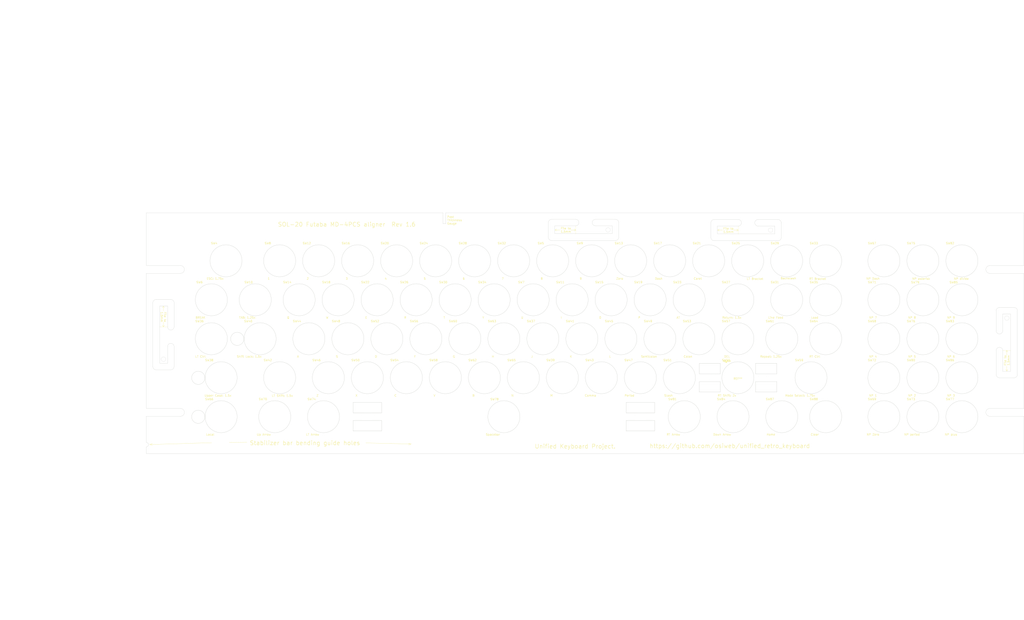
<source format=kicad_pcb>
(kicad_pcb (version 20171130) (host pcbnew "(5.1.6-0-10_14)")

  (general
    (thickness 1.6)
    (drawings 142)
    (tracks 0)
    (zones 0)
    (modules 99)
    (nets 1)
  )

  (page C)
  (title_block
    (title "Unified Retro Keyboard")
    (date 2020-08-15)
    (rev 1.6)
    (company OSIWeb.org)
    (comment 1 "Key aligner - Futaba")
  )

  (layers
    (0 F.Cu signal)
    (31 B.Cu signal)
    (32 B.Adhes user)
    (33 F.Adhes user)
    (34 B.Paste user)
    (35 F.Paste user)
    (36 B.SilkS user)
    (37 F.SilkS user)
    (38 B.Mask user)
    (39 F.Mask user)
    (40 Dwgs.User user)
    (41 Cmts.User user)
    (42 Eco1.User user)
    (43 Eco2.User user)
    (44 Edge.Cuts user)
    (45 Margin user)
    (46 B.CrtYd user)
    (47 F.CrtYd user)
    (48 B.Fab user)
    (49 F.Fab user)
  )

  (setup
    (last_trace_width 0.254)
    (user_trace_width 0.254)
    (user_trace_width 0.508)
    (user_trace_width 1.27)
    (trace_clearance 0.2)
    (zone_clearance 0.508)
    (zone_45_only no)
    (trace_min 0.2)
    (via_size 0.8128)
    (via_drill 0.4064)
    (via_min_size 0.4)
    (via_min_drill 0.3)
    (user_via 1.27 0.7112)
    (uvia_size 0.3048)
    (uvia_drill 0.1016)
    (uvias_allowed no)
    (uvia_min_size 0.2)
    (uvia_min_drill 0.1)
    (edge_width 0.05)
    (segment_width 0.2)
    (pcb_text_width 0.3)
    (pcb_text_size 1.5 1.5)
    (mod_edge_width 0.12)
    (mod_text_size 1 1)
    (mod_text_width 0.15)
    (pad_size 1.5748 5.588)
    (pad_drill 1.5748)
    (pad_to_mask_clearance 0)
    (aux_axis_origin 61.4172 179.1081)
    (grid_origin 76.835 223.393)
    (visible_elements 7FFFEFFF)
    (pcbplotparams
      (layerselection 0x010fc_ffffffff)
      (usegerberextensions false)
      (usegerberattributes false)
      (usegerberadvancedattributes false)
      (creategerberjobfile false)
      (excludeedgelayer true)
      (linewidth 0.100000)
      (plotframeref false)
      (viasonmask false)
      (mode 1)
      (useauxorigin false)
      (hpglpennumber 1)
      (hpglpenspeed 20)
      (hpglpendiameter 15.000000)
      (psnegative false)
      (psa4output false)
      (plotreference true)
      (plotvalue true)
      (plotinvisibletext false)
      (padsonsilk false)
      (subtractmaskfromsilk false)
      (outputformat 1)
      (mirror false)
      (drillshape 0)
      (scaleselection 1)
      (outputdirectory "outputs"))
  )

  (net 0 "")

  (net_class Default "This is the default net class."
    (clearance 0.2)
    (trace_width 0.254)
    (via_dia 0.8128)
    (via_drill 0.4064)
    (uvia_dia 0.3048)
    (uvia_drill 0.1016)
    (diff_pair_width 0.2032)
    (diff_pair_gap 0.254)
  )

  (net_class power1 ""
    (clearance 0.254)
    (trace_width 1.27)
    (via_dia 1.27)
    (via_drill 0.7112)
    (uvia_dia 0.3048)
    (uvia_drill 0.1016)
    (diff_pair_width 0.2032)
    (diff_pair_gap 0.254)
  )

  (net_class signal ""
    (clearance 0.2032)
    (trace_width 0.254)
    (via_dia 0.8128)
    (via_drill 0.4064)
    (uvia_dia 0.3048)
    (uvia_drill 0.1016)
    (diff_pair_width 0.2032)
    (diff_pair_gap 0.254)
  )

  (module "" (layer F.Cu) (tedit 5F383E41) (tstamp 5F384595)
    (at 413.766 5.207)
    (fp_text reference "" (at 87.63 167.513) (layer F.SilkS)
      (effects (font (size 1.27 1.27) (thickness 0.15)))
    )
    (fp_text value "" (at 87.63 167.513) (layer F.SilkS)
      (effects (font (size 1.27 1.27) (thickness 0.15)))
    )
    (pad "" np_thru_hole oval (at 81.32318 164.338) (size 1.5748 5.588) (drill oval 1.5748 5.588) (layers *.Cu *.Mask))
  )

  (module "" (layer F.Cu) (tedit 5F383E5C) (tstamp 5F3844CF)
    (at 206.375 194.818 90)
    (fp_text reference "" (at 87.63 167.513 90) (layer F.SilkS)
      (effects (font (size 1.27 1.27) (thickness 0.15)))
    )
    (fp_text value "" (at 87.63 167.513 90) (layer F.SilkS)
      (effects (font (size 1.27 1.27) (thickness 0.15)))
    )
    (pad "" np_thru_hole oval (at 81.28254 164.338 90) (size 1.5748 5.588) (drill oval 1.5748 5.588) (layers *.Cu *.Mask))
  )

  (module "" (layer F.Cu) (tedit 5F383E89) (tstamp 5F3844CF)
    (at 127 194.564 90)
    (fp_text reference "" (at 87.63 167.513 90) (layer F.SilkS)
      (effects (font (size 1.27 1.27) (thickness 0.15)))
    )
    (fp_text value "" (at 87.63 167.513 90) (layer F.SilkS)
      (effects (font (size 1.27 1.27) (thickness 0.15)))
    )
    (pad "" np_thru_hole oval (at 81.12506 164.338 90) (size 1.5748 5.588) (drill oval 1.5748 5.588) (layers *.Cu *.Mask))
  )

  (module "" (layer F.Cu) (tedit 5F383E97) (tstamp 5F3844CF)
    (at 5.588 3.302)
    (fp_text reference "" (at 87.63 167.513) (layer F.SilkS)
      (effects (font (size 1.27 1.27) (thickness 0.15)))
    )
    (fp_text value "" (at 87.63 167.513) (layer F.SilkS)
      (effects (font (size 1.27 1.27) (thickness 0.15)))
    )
    (pad "" np_thru_hole oval (at 81.60684 164.338) (size 1.5748 5.588) (drill oval 1.5748 5.588) (layers *.Cu *.Mask))
  )

  (module unikbd:Futaba_2u_Cherry_aligner locked (layer F.Cu) (tedit 5F37FAE4) (tstamp 5E12D3B8)
    (at 365.75238 187.74156)
    (path /5BC3E99D/5BC6D0C2)
    (fp_text reference SW55 (at -5.7912 -8.6106) (layer F.SilkS)
      (effects (font (size 1 1) (thickness 0.15)))
    )
    (fp_text value "RT Shift: 2x" (at -5.334 8.6614) (layer F.SilkS)
      (effects (font (size 1 1) (thickness 0.15)))
    )
    (fp_line (start 8.6106 6.9596) (end 19.0246 6.9596) (layer Edge.Cuts) (width 0.12))
    (fp_line (start 8.6106 1.8796) (end 19.0246 1.8796) (layer Edge.Cuts) (width 0.12))
    (fp_line (start 8.6106 -1.9812) (end 19.0246 -1.9812) (layer Edge.Cuts) (width 0.12))
    (fp_line (start 19.0246 1.8796) (end 19.0246 6.9596) (layer Edge.Cuts) (width 0.12))
    (fp_line (start 19.0246 -7.0612) (end 19.0246 -1.9812) (layer Edge.Cuts) (width 0.12))
    (fp_line (start 8.6106 -7.0612) (end 19.0246 -7.0612) (layer Edge.Cuts) (width 0.12))
    (fp_line (start -18.8468 6.9596) (end -8.6106 6.9596) (layer Edge.Cuts) (width 0.12))
    (fp_line (start -18.8468 -7.0612) (end -18.8468 -1.9812) (layer Edge.Cuts) (width 0.12))
    (fp_line (start -18.8468 1.8796) (end -8.6106 1.8796) (layer Edge.Cuts) (width 0.12))
    (fp_line (start -18.8468 -1.9812) (end -8.6106 -1.9812) (layer Edge.Cuts) (width 0.12))
    (fp_line (start -18.8468 1.8796) (end -18.8468 6.9596) (layer Edge.Cuts) (width 0.12))
    (fp_line (start -18.8468 -7.0612) (end -8.6106 -7.0612) (layer Edge.Cuts) (width 0.12))
    (fp_circle (center 0 -0.0508) (end 7.8232 -0.0508) (layer Edge.Cuts) (width 0.12))
    (fp_line (start -8.6106 -7.0612) (end -8.6106 -1.9812) (layer Edge.Cuts) (width 0.12))
    (fp_line (start -8.6106 1.8796) (end -8.6106 6.9596) (layer Edge.Cuts) (width 0.12))
    (fp_line (start 8.6106 6.9596) (end 8.6106 1.8796) (layer Edge.Cuts) (width 0.12))
    (fp_line (start 8.6106 -7.0612) (end 8.6106 -1.9812) (layer Edge.Cuts) (width 0.12))
    (fp_text user MX_space_aligner (at -0.6096 7.874) (layer B.Fab)
      (effects (font (size 1 1) (thickness 0.15)))
    )
    (fp_text user SW** (at -5.334 -7.8994) (layer F.SilkS)
      (effects (font (size 1 1) (thickness 0.15)))
    )
    (fp_text user MX_space_aligner (at -0.6096 7.874) (layer B.Fab)
      (effects (font (size 1 1) (thickness 0.15)))
    )
    (fp_text user SW** (at -5.334 -7.9248) (layer F.SilkS)
      (effects (font (size 1 1) (thickness 0.15)))
    )
    (fp_text user REF** (at 0 0.4492) (layer F.SilkS)
      (effects (font (size 1 1) (thickness 0.15)))
    )
    (fp_text user Futaba_2u_Cherry_aligner (at 0 -0.5508) (layer F.Fab)
      (effects (font (size 1 1) (thickness 0.15)))
    )
    (fp_text user SW** (at -5.334 -7.8994) (layer F.SilkS)
      (effects (font (size 1 1) (thickness 0.15)))
    )
    (pad "" np_thru_hole oval (at 11.938 -0.0508) (size 5 2) (drill oval 5 2) (layers *.Cu *.Mask))
    (pad "" np_thru_hole oval (at -11.938 -0.0508) (size 5 2) (drill oval 5 2) (layers *.Cu *.Mask))
    (pad "" np_thru_hole circle (at -6.985 -7.0358) (size 1.6256 1.6256) (drill 1.6256) (layers *.Cu *.Mask))
    (pad "" np_thru_hole circle (at -6.985 6.9342) (size 1.6256 1.6256) (drill 1.6256) (layers *.Cu *.Mask))
    (pad "" np_thru_hole circle (at 6.985 6.9342) (size 1.6256 1.6256) (drill 1.6256) (layers *.Cu *.Mask))
    (pad "" np_thru_hole circle (at 6.985 -7.0358) (size 1.6256 1.6256) (drill 1.6256) (layers *.Cu *.Mask))
  )

  (module unikbd:Futaba-MD-4PCS-aligner locked (layer F.Cu) (tedit 5F23084A) (tstamp 5E12D368)
    (at 337.17738 187.74156)
    (path /5BC3E99D/5BC6D0B4)
    (fp_text reference SW51 (at -5.7912 -8.6106) (layer F.SilkS)
      (effects (font (size 1 1) (thickness 0.15)))
    )
    (fp_text value Slash (at -5.334 8.6614) (layer F.SilkS)
      (effects (font (size 1 1) (thickness 0.15)))
    )
    (fp_circle (center 0 -0.0508) (end 7.8232 -0.0508) (layer Edge.Cuts) (width 0.12))
    (pad "" np_thru_hole circle (at -6.985 -7.0358) (size 1.6256 1.6256) (drill 1.6256) (layers *.Cu *.Mask))
    (pad "" np_thru_hole circle (at -6.985 6.9342) (size 1.6256 1.6256) (drill 1.6256) (layers *.Cu *.Mask))
    (pad "" np_thru_hole circle (at 6.985 6.9342) (size 1.6256 1.6256) (drill 1.6256) (layers *.Cu *.Mask))
    (pad "" np_thru_hole circle (at 6.985 -7.0358) (size 1.6256 1.6256) (drill 1.6256) (layers *.Cu *.Mask))
  )

  (module unikbd:Futaba_space_Cherry_aligner locked (layer F.Cu) (tedit 5F24D74D) (tstamp 5E12D584)
    (at 251.45238 206.79156)
    (path /5E16AC8E/5E135ADC)
    (fp_text reference SW78 (at -4.5847 -8.5725) (layer F.SilkS)
      (effects (font (size 1 1) (thickness 0.15)))
    )
    (fp_text value Spacebar (at -5.334 8.6614) (layer F.SilkS)
      (effects (font (size 1 1) (thickness 0.15)))
    )
    (fp_circle (center 0 -0.0508) (end 7.8232 -0.0508) (layer Edge.Cuts) (width 0.12))
    (fp_line (start -73.66 -7.0358) (end -73.66 -1.9558) (layer Edge.Cuts) (width 0.12))
    (fp_line (start -73.66 -7.0358) (end -59.69 -7.0358) (layer Edge.Cuts) (width 0.12))
    (fp_line (start -73.66 6.9342) (end -59.69 6.9342) (layer Edge.Cuts) (width 0.12))
    (fp_line (start 59.69 -7.0358) (end 73.66 -7.0358) (layer Edge.Cuts) (width 0.12))
    (fp_line (start 59.69 6.9342) (end 73.66 6.9342) (layer Edge.Cuts) (width 0.12))
    (fp_line (start -73.66 1.8542) (end -59.69 1.8542) (layer Edge.Cuts) (width 0.12))
    (fp_line (start -73.66 -1.9558) (end -59.69 -1.9558) (layer Edge.Cuts) (width 0.12))
    (fp_line (start -73.66 1.8542) (end -73.66 6.9342) (layer Edge.Cuts) (width 0.12))
    (fp_line (start -59.69 1.8542) (end -59.69 6.9342) (layer Edge.Cuts) (width 0.12))
    (fp_line (start -59.69 -7.0358) (end -59.69 -1.9558) (layer Edge.Cuts) (width 0.12))
    (fp_line (start 59.69 1.8542) (end 59.69 6.9342) (layer Edge.Cuts) (width 0.12))
    (fp_line (start 73.66 -7.0358) (end 73.66 -1.9558) (layer Edge.Cuts) (width 0.12))
    (fp_line (start 59.69 -7.0358) (end 59.69 -1.9558) (layer Edge.Cuts) (width 0.12))
    (fp_line (start 73.66 1.8542) (end 73.66 6.9342) (layer Edge.Cuts) (width 0.12))
    (fp_line (start 59.69 -1.9558) (end 73.66 -1.9558) (layer Edge.Cuts) (width 0.12))
    (fp_line (start 59.69 1.8542) (end 73.66 1.8542) (layer Edge.Cuts) (width 0.12))
    (fp_text user MX_space_aligner (at -0.6096 7.9248) (layer B.Fab)
      (effects (font (size 1 1) (thickness 0.15)))
    )
    (fp_text user SW** (at -5.334 -7.874) (layer F.SilkS) hide
      (effects (font (size 1 1) (thickness 0.15)))
    )
    (fp_text user Futaba_2u_Cherry_aligner (at 0 -0.5) (layer F.Fab)
      (effects (font (size 1 1) (thickness 0.15)))
    )
    (fp_text user REF** (at 0 0.5) (layer F.SilkS) hide
      (effects (font (size 1 1) (thickness 0.15)))
    )
    (pad "" np_thru_hole oval (at 66.675 -0.0508) (size 5 2) (drill oval 5 2) (layers *.Cu *.Mask))
    (pad "" np_thru_hole oval (at -66.675 -0.0508) (size 5 2) (drill oval 5 2) (layers *.Cu *.Mask))
    (pad "" np_thru_hole circle (at -6.985 6.9342) (size 1.6256 1.6256) (drill 1.6256) (layers *.Cu *.Mask))
    (pad "" np_thru_hole circle (at -6.985 -7.0358) (size 1.6256 1.6256) (drill 1.6256) (layers *.Cu *.Mask))
    (pad "" np_thru_hole circle (at 6.985 -7.0358) (size 1.6256 1.6256) (drill 1.6256) (layers *.Cu *.Mask))
    (pad "" np_thru_hole circle (at 6.985 6.9342) (size 1.6256 1.6256) (drill 1.6256) (layers *.Cu *.Mask))
  )

  (module MountingHole:MountingHole_3.2mm_M3 (layer F.Cu) (tedit 5F37FE4B) (tstamp 5EDDA612)
    (at 210.17738 220.39834)
    (descr "Mounting Hole 3.2mm, no annular, M3")
    (tags "mounting hole 3.2mm no annular m3")
    (attr virtual)
    (fp_text reference REF** (at 0 -4.2) (layer F.SilkS) hide
      (effects (font (size 1 1) (thickness 0.15)))
    )
    (fp_text value "Rod sizing hole 1/16 inch" (at 0 4.2) (layer F.Fab)
      (effects (font (size 1 1) (thickness 0.15)))
    )
    (fp_circle (center 0 0) (end 3.45 0) (layer F.CrtYd) (width 0.05))
    (fp_circle (center 0 0) (end 3.2 0) (layer Cmts.User) (width 0.15))
    (fp_text user H? (at 0 -2.54) (layer F.Fab)
      (effects (font (size 1 1) (thickness 0.15)))
    )
    (fp_text user %R (at 0.3 0) (layer F.Fab)
      (effects (font (size 1 1) (thickness 0.15)))
    )
    (pad "" np_thru_hole circle (at 0 0) (size 2.0828 2.0828) (drill 2.0828) (layers *.Cu *.Mask))
  )

  (module unikbd:Futaba-MD-4PCS-aligner locked (layer F.Cu) (tedit 5F23084A) (tstamp 5E12D408)
    (at 401.47113 187.74156)
    (path /5BC3E99D/5BC6D0C9)
    (fp_text reference SW59 (at -5.7912 -8.6106) (layer F.SilkS)
      (effects (font (size 1 1) (thickness 0.15)))
    )
    (fp_text value "Mode Select: 1.75x" (at -5.334 8.6614) (layer F.SilkS)
      (effects (font (size 1 1) (thickness 0.15)))
    )
    (fp_circle (center 0 -0.0508) (end 7.8232 -0.0508) (layer Edge.Cuts) (width 0.12))
    (pad "" np_thru_hole circle (at -6.985 -7.0358) (size 1.6256 1.6256) (drill 1.6256) (layers *.Cu *.Mask))
    (pad "" np_thru_hole circle (at -6.985 6.9342) (size 1.6256 1.6256) (drill 1.6256) (layers *.Cu *.Mask))
    (pad "" np_thru_hole circle (at 6.985 6.9342) (size 1.6256 1.6256) (drill 1.6256) (layers *.Cu *.Mask))
    (pad "" np_thru_hole circle (at 6.985 -7.0358) (size 1.6256 1.6256) (drill 1.6256) (layers *.Cu *.Mask))
  )

  (module unikbd:Futaba-MD-4PCS-aligner locked (layer F.Cu) (tedit 5F23084A) (tstamp 5E12D458)
    (at 251.45238 168.69156)
    (path /5BC3E99D/5BC3FF70)
    (fp_text reference SW63 (at -5.7912 -8.6106) (layer F.SilkS)
      (effects (font (size 1 1) (thickness 0.15)))
    )
    (fp_text value H (at -5.334 8.6614) (layer F.SilkS)
      (effects (font (size 1 1) (thickness 0.15)))
    )
    (fp_circle (center 0 -0.0508) (end 7.8232 -0.0508) (layer Edge.Cuts) (width 0.12))
    (pad "" np_thru_hole circle (at -6.985 -7.0358) (size 1.6256 1.6256) (drill 1.6256) (layers *.Cu *.Mask))
    (pad "" np_thru_hole circle (at -6.985 6.9342) (size 1.6256 1.6256) (drill 1.6256) (layers *.Cu *.Mask))
    (pad "" np_thru_hole circle (at 6.985 6.9342) (size 1.6256 1.6256) (drill 1.6256) (layers *.Cu *.Mask))
    (pad "" np_thru_hole circle (at 6.985 -7.0358) (size 1.6256 1.6256) (drill 1.6256) (layers *.Cu *.Mask))
  )

  (module unikbd:Futaba-MD-4PCS-aligner locked (layer F.Cu) (tedit 5F23084A) (tstamp 5E12D41C)
    (at 232.40238 168.69156)
    (path /5BC3E99D/5BC3FF77)
    (fp_text reference SW60 (at -5.7912 -8.6106) (layer F.SilkS)
      (effects (font (size 1 1) (thickness 0.15)))
    )
    (fp_text value G (at -5.334 8.6614) (layer F.SilkS)
      (effects (font (size 1 1) (thickness 0.15)))
    )
    (fp_circle (center 0 -0.0508) (end 7.8232 -0.0508) (layer Edge.Cuts) (width 0.12))
    (pad "" np_thru_hole circle (at -6.985 -7.0358) (size 1.6256 1.6256) (drill 1.6256) (layers *.Cu *.Mask))
    (pad "" np_thru_hole circle (at -6.985 6.9342) (size 1.6256 1.6256) (drill 1.6256) (layers *.Cu *.Mask))
    (pad "" np_thru_hole circle (at 6.985 6.9342) (size 1.6256 1.6256) (drill 1.6256) (layers *.Cu *.Mask))
    (pad "" np_thru_hole circle (at 6.985 -7.0358) (size 1.6256 1.6256) (drill 1.6256) (layers *.Cu *.Mask))
  )

  (module unikbd:Futaba-MD-4PCS-aligner locked (layer F.Cu) (tedit 5F23084A) (tstamp 5E12D430)
    (at 387.18363 168.69156)
    (path /5BC3E99D/5BC6CD87)
    (fp_text reference SW61 (at -5.7912 -8.6106) (layer F.SilkS)
      (effects (font (size 1 1) (thickness 0.15)))
    )
    (fp_text value "Repeat: 1.25x" (at -5.334 8.6614) (layer F.SilkS)
      (effects (font (size 1 1) (thickness 0.15)))
    )
    (fp_circle (center 0 -0.0508) (end 7.8232 -0.0508) (layer Edge.Cuts) (width 0.12))
    (pad "" np_thru_hole circle (at -6.985 -7.0358) (size 1.6256 1.6256) (drill 1.6256) (layers *.Cu *.Mask))
    (pad "" np_thru_hole circle (at -6.985 6.9342) (size 1.6256 1.6256) (drill 1.6256) (layers *.Cu *.Mask))
    (pad "" np_thru_hole circle (at 6.985 6.9342) (size 1.6256 1.6256) (drill 1.6256) (layers *.Cu *.Mask))
    (pad "" np_thru_hole circle (at 6.985 -7.0358) (size 1.6256 1.6256) (drill 1.6256) (layers *.Cu *.Mask))
  )

  (module unikbd:Futaba-MD-4PCS-aligner locked (layer F.Cu) (tedit 5F23084A) (tstamp 5E12D3CC)
    (at 213.35238 168.69156)
    (path /5BC3E99D/5BC3FF69)
    (fp_text reference SW56 (at -5.7912 -8.6106) (layer F.SilkS)
      (effects (font (size 1 1) (thickness 0.15)))
    )
    (fp_text value F (at -5.334 8.6614) (layer F.SilkS)
      (effects (font (size 1 1) (thickness 0.15)))
    )
    (fp_circle (center 0 -0.0508) (end 7.8232 -0.0508) (layer Edge.Cuts) (width 0.12))
    (pad "" np_thru_hole circle (at -6.985 -7.0358) (size 1.6256 1.6256) (drill 1.6256) (layers *.Cu *.Mask))
    (pad "" np_thru_hole circle (at -6.985 6.9342) (size 1.6256 1.6256) (drill 1.6256) (layers *.Cu *.Mask))
    (pad "" np_thru_hole circle (at 6.985 6.9342) (size 1.6256 1.6256) (drill 1.6256) (layers *.Cu *.Mask))
    (pad "" np_thru_hole circle (at 6.985 -7.0358) (size 1.6256 1.6256) (drill 1.6256) (layers *.Cu *.Mask))
  )

  (module unikbd:Futaba-MD-4PCS-aligner locked (layer F.Cu) (tedit 5F23084A) (tstamp 5E12D46C)
    (at 408.61488 168.69156)
    (path /5BC3E99D/5BC6CD80)
    (fp_text reference SW64 (at -5.7912 -8.6106) (layer F.SilkS)
      (effects (font (size 1 1) (thickness 0.15)))
    )
    (fp_text value "RT Ctrl" (at -5.334 8.6614) (layer F.SilkS)
      (effects (font (size 1 1) (thickness 0.15)))
    )
    (fp_circle (center 0 -0.0508) (end 7.8232 -0.0508) (layer Edge.Cuts) (width 0.12))
    (pad "" np_thru_hole circle (at -6.985 -7.0358) (size 1.6256 1.6256) (drill 1.6256) (layers *.Cu *.Mask))
    (pad "" np_thru_hole circle (at -6.985 6.9342) (size 1.6256 1.6256) (drill 1.6256) (layers *.Cu *.Mask))
    (pad "" np_thru_hole circle (at 6.985 6.9342) (size 1.6256 1.6256) (drill 1.6256) (layers *.Cu *.Mask))
    (pad "" np_thru_hole circle (at 6.985 -7.0358) (size 1.6256 1.6256) (drill 1.6256) (layers *.Cu *.Mask))
  )

  (module unikbd:Futaba-MD-4PCS-aligner locked (layer F.Cu) (tedit 5F23084A) (tstamp 5E12D250)
    (at 270.50238 168.69156)
    (path /5BC3E99D/5E1BE11F)
    (fp_text reference SW37 (at -5.7912 -8.6106) (layer F.SilkS)
      (effects (font (size 1 1) (thickness 0.15)))
    )
    (fp_text value J (at -5.334 8.6614) (layer F.SilkS)
      (effects (font (size 1 1) (thickness 0.15)))
    )
    (fp_circle (center 0 -0.0508) (end 7.8232 -0.0508) (layer Edge.Cuts) (width 0.12))
    (pad "" np_thru_hole circle (at -6.985 -7.0358) (size 1.6256 1.6256) (drill 1.6256) (layers *.Cu *.Mask))
    (pad "" np_thru_hole circle (at -6.985 6.9342) (size 1.6256 1.6256) (drill 1.6256) (layers *.Cu *.Mask))
    (pad "" np_thru_hole circle (at 6.985 6.9342) (size 1.6256 1.6256) (drill 1.6256) (layers *.Cu *.Mask))
    (pad "" np_thru_hole circle (at 6.985 -7.0358) (size 1.6256 1.6256) (drill 1.6256) (layers *.Cu *.Mask))
  )

  (module unikbd:Futaba-MD-4PCS-aligner locked (layer F.Cu) (tedit 5F23084A) (tstamp 5E12D55C)
    (at 456.11288 168.69156)
    (path /5E16AC8E/5E1BE10C)
    (fp_text reference SW76 (at -5.7912 -8.6106) (layer F.SilkS)
      (effects (font (size 1 1) (thickness 0.15)))
    )
    (fp_text value "NP 5" (at -5.334 8.6614) (layer F.SilkS)
      (effects (font (size 1 1) (thickness 0.15)))
    )
    (fp_circle (center 0 -0.0508) (end 7.8232 -0.0508) (layer Edge.Cuts) (width 0.12))
    (pad "" np_thru_hole circle (at -6.985 -7.0358) (size 1.6256 1.6256) (drill 1.6256) (layers *.Cu *.Mask))
    (pad "" np_thru_hole circle (at -6.985 6.9342) (size 1.6256 1.6256) (drill 1.6256) (layers *.Cu *.Mask))
    (pad "" np_thru_hole circle (at 6.985 6.9342) (size 1.6256 1.6256) (drill 1.6256) (layers *.Cu *.Mask))
    (pad "" np_thru_hole circle (at 6.985 -7.0358) (size 1.6256 1.6256) (drill 1.6256) (layers *.Cu *.Mask))
  )

  (module unikbd:Futaba-MD-4PCS-aligner locked (layer F.Cu) (tedit 5F23084A) (tstamp 5E12D28C)
    (at 132.38988 168.69156)
    (path /5BC3E99D/5BC3FD26)
    (fp_text reference SW40 (at -5.7912 -8.6106) (layer F.SilkS)
      (effects (font (size 1 1) (thickness 0.15)))
    )
    (fp_text value "Shift Lock: 1.5x" (at -5.334 8.6614) (layer F.SilkS)
      (effects (font (size 1 1) (thickness 0.15)))
    )
    (fp_circle (center 0 -0.0508) (end 7.8232 -0.0508) (layer Edge.Cuts) (width 0.12))
    (pad "" np_thru_hole circle (at -6.985 -7.0358) (size 1.6256 1.6256) (drill 1.6256) (layers *.Cu *.Mask))
    (pad "" np_thru_hole circle (at -6.985 6.9342) (size 1.6256 1.6256) (drill 1.6256) (layers *.Cu *.Mask))
    (pad "" np_thru_hole circle (at 6.985 6.9342) (size 1.6256 1.6256) (drill 1.6256) (layers *.Cu *.Mask))
    (pad "" np_thru_hole circle (at 6.985 -7.0358) (size 1.6256 1.6256) (drill 1.6256) (layers *.Cu *.Mask))
  )

  (module unikbd:Futaba-MD-4PCS-aligner locked (layer F.Cu) (tedit 5F23084A) (tstamp 5E12D2A0)
    (at 289.55238 168.69156)
    (path /5BC3E99D/5BC6CD5D)
    (fp_text reference SW41 (at -5.7912 -8.6106) (layer F.SilkS)
      (effects (font (size 1 1) (thickness 0.15)))
    )
    (fp_text value K (at -5.334 8.6614) (layer F.SilkS)
      (effects (font (size 1 1) (thickness 0.15)))
    )
    (fp_circle (center 0 -0.0508) (end 7.8232 -0.0508) (layer Edge.Cuts) (width 0.12))
    (pad "" np_thru_hole circle (at -6.985 -7.0358) (size 1.6256 1.6256) (drill 1.6256) (layers *.Cu *.Mask))
    (pad "" np_thru_hole circle (at -6.985 6.9342) (size 1.6256 1.6256) (drill 1.6256) (layers *.Cu *.Mask))
    (pad "" np_thru_hole circle (at 6.985 6.9342) (size 1.6256 1.6256) (drill 1.6256) (layers *.Cu *.Mask))
    (pad "" np_thru_hole circle (at 6.985 -7.0358) (size 1.6256 1.6256) (drill 1.6256) (layers *.Cu *.Mask))
  )

  (module unikbd:Futaba-MD-4PCS-aligner locked (layer F.Cu) (tedit 5F23084A) (tstamp 5E12D2DC)
    (at 156.20238 168.69156)
    (path /5BC3E99D/5BC3FE57)
    (fp_text reference SW44 (at -5.7912 -8.6106) (layer F.SilkS)
      (effects (font (size 1 1) (thickness 0.15)))
    )
    (fp_text value A (at -5.334 8.6614) (layer F.SilkS)
      (effects (font (size 1 1) (thickness 0.15)))
    )
    (fp_circle (center 0 -0.0508) (end 7.8232 -0.0508) (layer Edge.Cuts) (width 0.12))
    (pad "" np_thru_hole circle (at -6.985 -7.0358) (size 1.6256 1.6256) (drill 1.6256) (layers *.Cu *.Mask))
    (pad "" np_thru_hole circle (at -6.985 6.9342) (size 1.6256 1.6256) (drill 1.6256) (layers *.Cu *.Mask))
    (pad "" np_thru_hole circle (at 6.985 6.9342) (size 1.6256 1.6256) (drill 1.6256) (layers *.Cu *.Mask))
    (pad "" np_thru_hole circle (at 6.985 -7.0358) (size 1.6256 1.6256) (drill 1.6256) (layers *.Cu *.Mask))
  )

  (module unikbd:Futaba-MD-4PCS-aligner locked (layer F.Cu) (tedit 5F23084A) (tstamp 5E12D2F0)
    (at 308.60238 168.69156)
    (path /5BC3E99D/5BC6CD6B)
    (fp_text reference SW45 (at -5.7912 -8.6106) (layer F.SilkS)
      (effects (font (size 1 1) (thickness 0.15)))
    )
    (fp_text value L (at -5.334 8.6614) (layer F.SilkS)
      (effects (font (size 1 1) (thickness 0.15)))
    )
    (fp_circle (center 0 -0.0508) (end 7.8232 -0.0508) (layer Edge.Cuts) (width 0.12))
    (pad "" np_thru_hole circle (at -6.985 -7.0358) (size 1.6256 1.6256) (drill 1.6256) (layers *.Cu *.Mask))
    (pad "" np_thru_hole circle (at -6.985 6.9342) (size 1.6256 1.6256) (drill 1.6256) (layers *.Cu *.Mask))
    (pad "" np_thru_hole circle (at 6.985 6.9342) (size 1.6256 1.6256) (drill 1.6256) (layers *.Cu *.Mask))
    (pad "" np_thru_hole circle (at 6.985 -7.0358) (size 1.6256 1.6256) (drill 1.6256) (layers *.Cu *.Mask))
  )

  (module unikbd:Futaba-MD-4PCS-aligner locked (layer F.Cu) (tedit 5F23084A) (tstamp 5E12D32C)
    (at 175.25238 168.69156)
    (path /5BC3E99D/5E1BE11D)
    (fp_text reference SW48 (at -5.7912 -8.6106) (layer F.SilkS)
      (effects (font (size 1 1) (thickness 0.15)))
    )
    (fp_text value S (at -5.334 8.6614) (layer F.SilkS)
      (effects (font (size 1 1) (thickness 0.15)))
    )
    (fp_circle (center 0 -0.0508) (end 7.8232 -0.0508) (layer Edge.Cuts) (width 0.12))
    (pad "" np_thru_hole circle (at -6.985 -7.0358) (size 1.6256 1.6256) (drill 1.6256) (layers *.Cu *.Mask))
    (pad "" np_thru_hole circle (at -6.985 6.9342) (size 1.6256 1.6256) (drill 1.6256) (layers *.Cu *.Mask))
    (pad "" np_thru_hole circle (at 6.985 6.9342) (size 1.6256 1.6256) (drill 1.6256) (layers *.Cu *.Mask))
    (pad "" np_thru_hole circle (at 6.985 -7.0358) (size 1.6256 1.6256) (drill 1.6256) (layers *.Cu *.Mask))
  )

  (module unikbd:Futaba-MD-4PCS-aligner locked (layer F.Cu) (tedit 5F23084A) (tstamp 5E12D340)
    (at 327.65238 168.69156)
    (path /5BC3E99D/5BC6CD64)
    (fp_text reference SW49 (at -5.7912 -8.6106) (layer F.SilkS)
      (effects (font (size 1 1) (thickness 0.15)))
    )
    (fp_text value Semicolon (at -5.334 8.6614) (layer F.SilkS)
      (effects (font (size 1 1) (thickness 0.15)))
    )
    (fp_circle (center 0 -0.0508) (end 7.8232 -0.0508) (layer Edge.Cuts) (width 0.12))
    (pad "" np_thru_hole circle (at -6.985 -7.0358) (size 1.6256 1.6256) (drill 1.6256) (layers *.Cu *.Mask))
    (pad "" np_thru_hole circle (at -6.985 6.9342) (size 1.6256 1.6256) (drill 1.6256) (layers *.Cu *.Mask))
    (pad "" np_thru_hole circle (at 6.985 6.9342) (size 1.6256 1.6256) (drill 1.6256) (layers *.Cu *.Mask))
    (pad "" np_thru_hole circle (at 6.985 -7.0358) (size 1.6256 1.6256) (drill 1.6256) (layers *.Cu *.Mask))
  )

  (module unikbd:Futaba-MD-4PCS-aligner locked (layer F.Cu) (tedit 5F23084A) (tstamp 5E12D37C)
    (at 194.30238 168.69156)
    (path /5BC3E99D/5E0AC938)
    (fp_text reference SW52 (at -5.7912 -8.6106) (layer F.SilkS)
      (effects (font (size 1 1) (thickness 0.15)))
    )
    (fp_text value D (at -5.334 8.6614) (layer F.SilkS)
      (effects (font (size 1 1) (thickness 0.15)))
    )
    (fp_circle (center 0 -0.0508) (end 7.8232 -0.0508) (layer Edge.Cuts) (width 0.12))
    (pad "" np_thru_hole circle (at -6.985 -7.0358) (size 1.6256 1.6256) (drill 1.6256) (layers *.Cu *.Mask))
    (pad "" np_thru_hole circle (at -6.985 6.9342) (size 1.6256 1.6256) (drill 1.6256) (layers *.Cu *.Mask))
    (pad "" np_thru_hole circle (at 6.985 6.9342) (size 1.6256 1.6256) (drill 1.6256) (layers *.Cu *.Mask))
    (pad "" np_thru_hole circle (at 6.985 -7.0358) (size 1.6256 1.6256) (drill 1.6256) (layers *.Cu *.Mask))
  )

  (module unikbd:Futaba-MD-4PCS-aligner locked (layer F.Cu) (tedit 5F23084A) (tstamp 5E12D390)
    (at 346.70238 168.69156)
    (path /5BC3E99D/5BC6CD72)
    (fp_text reference SW53 (at -5.7912 -8.6106) (layer F.SilkS)
      (effects (font (size 1 1) (thickness 0.15)))
    )
    (fp_text value Colon (at -5.334 8.6614) (layer F.SilkS)
      (effects (font (size 1 1) (thickness 0.15)))
    )
    (fp_circle (center 0 -0.0508) (end 7.8232 -0.0508) (layer Edge.Cuts) (width 0.12))
    (pad "" np_thru_hole circle (at -6.985 -7.0358) (size 1.6256 1.6256) (drill 1.6256) (layers *.Cu *.Mask))
    (pad "" np_thru_hole circle (at -6.985 6.9342) (size 1.6256 1.6256) (drill 1.6256) (layers *.Cu *.Mask))
    (pad "" np_thru_hole circle (at 6.985 6.9342) (size 1.6256 1.6256) (drill 1.6256) (layers *.Cu *.Mask))
    (pad "" np_thru_hole circle (at 6.985 -7.0358) (size 1.6256 1.6256) (drill 1.6256) (layers *.Cu *.Mask))
  )

  (module unikbd:Futaba-MD-4PCS-aligner locked (layer F.Cu) (tedit 5F23084A) (tstamp 5E12D4BC)
    (at 437.06288 168.69156)
    (path /5E16AC8E/5E1BE109)
    (fp_text reference SW68 (at -5.7912 -8.6106) (layer F.SilkS)
      (effects (font (size 1 1) (thickness 0.15)))
    )
    (fp_text value "NP 4" (at -5.334 8.6614) (layer F.SilkS)
      (effects (font (size 1 1) (thickness 0.15)))
    )
    (fp_circle (center 0 -0.0508) (end 7.8232 -0.0508) (layer Edge.Cuts) (width 0.12))
    (pad "" np_thru_hole circle (at -6.985 -7.0358) (size 1.6256 1.6256) (drill 1.6256) (layers *.Cu *.Mask))
    (pad "" np_thru_hole circle (at -6.985 6.9342) (size 1.6256 1.6256) (drill 1.6256) (layers *.Cu *.Mask))
    (pad "" np_thru_hole circle (at 6.985 6.9342) (size 1.6256 1.6256) (drill 1.6256) (layers *.Cu *.Mask))
    (pad "" np_thru_hole circle (at 6.985 -7.0358) (size 1.6256 1.6256) (drill 1.6256) (layers *.Cu *.Mask))
  )

  (module unikbd:Futaba-MD-4PCS-aligner locked (layer F.Cu) (tedit 5F23084A) (tstamp 5E12D5E8)
    (at 475.16288 168.69156)
    (path /5E16AC8E/5E1BE10D)
    (fp_text reference SW83 (at -5.7912 -8.6106) (layer F.SilkS)
      (effects (font (size 1 1) (thickness 0.15)))
    )
    (fp_text value "NP 6" (at -5.334 8.6614) (layer F.SilkS)
      (effects (font (size 1 1) (thickness 0.15)))
    )
    (fp_circle (center 0 -0.0508) (end 7.8232 -0.0508) (layer Edge.Cuts) (width 0.12))
    (pad "" np_thru_hole circle (at -6.985 -7.0358) (size 1.6256 1.6256) (drill 1.6256) (layers *.Cu *.Mask))
    (pad "" np_thru_hole circle (at -6.985 6.9342) (size 1.6256 1.6256) (drill 1.6256) (layers *.Cu *.Mask))
    (pad "" np_thru_hole circle (at 6.985 6.9342) (size 1.6256 1.6256) (drill 1.6256) (layers *.Cu *.Mask))
    (pad "" np_thru_hole circle (at 6.985 -7.0358) (size 1.6256 1.6256) (drill 1.6256) (layers *.Cu *.Mask))
  )

  (module unikbd:Futaba-MD-4PCS-aligner locked (layer F.Cu) (tedit 5F23084A) (tstamp 5E12D3E0)
    (at 365.75238 168.69156)
    (path /5BC3E99D/5BC6CD79)
    (fp_text reference SW57 (at -5.7912 -8.6106) (layer F.SilkS)
      (effects (font (size 1 1) (thickness 0.15)))
    )
    (fp_text value DEL (at -5.334 8.6614) (layer F.SilkS)
      (effects (font (size 1 1) (thickness 0.15)))
    )
    (fp_circle (center 0 -0.0508) (end 7.8232 -0.0508) (layer Edge.Cuts) (width 0.12))
    (pad "" np_thru_hole circle (at -6.985 -7.0358) (size 1.6256 1.6256) (drill 1.6256) (layers *.Cu *.Mask))
    (pad "" np_thru_hole circle (at -6.985 6.9342) (size 1.6256 1.6256) (drill 1.6256) (layers *.Cu *.Mask))
    (pad "" np_thru_hole circle (at 6.985 6.9342) (size 1.6256 1.6256) (drill 1.6256) (layers *.Cu *.Mask))
    (pad "" np_thru_hole circle (at 6.985 -7.0358) (size 1.6256 1.6256) (drill 1.6256) (layers *.Cu *.Mask))
  )

  (module unikbd:Futaba-MD-4PCS-aligner locked (layer F.Cu) (tedit 5F23084A) (tstamp 5E12D3A4)
    (at 203.82738 187.74156)
    (path /5BC3E99D/5BC6CEF2)
    (fp_text reference SW54 (at -5.7912 -8.6106) (layer F.SilkS)
      (effects (font (size 1 1) (thickness 0.15)))
    )
    (fp_text value C (at -5.334 8.6614) (layer F.SilkS)
      (effects (font (size 1 1) (thickness 0.15)))
    )
    (fp_circle (center 0 -0.0508) (end 7.8232 -0.0508) (layer Edge.Cuts) (width 0.12))
    (pad "" np_thru_hole circle (at -6.985 -7.0358) (size 1.6256 1.6256) (drill 1.6256) (layers *.Cu *.Mask))
    (pad "" np_thru_hole circle (at -6.985 6.9342) (size 1.6256 1.6256) (drill 1.6256) (layers *.Cu *.Mask))
    (pad "" np_thru_hole circle (at 6.985 6.9342) (size 1.6256 1.6256) (drill 1.6256) (layers *.Cu *.Mask))
    (pad "" np_thru_hole circle (at 6.985 -7.0358) (size 1.6256 1.6256) (drill 1.6256) (layers *.Cu *.Mask))
  )

  (module unikbd:Futaba-MD-4PCS-aligner locked (layer F.Cu) (tedit 5F23084A) (tstamp 5E6EC726)
    (at 163.34613 206.79156)
    (path /5E16AC8E/5E1BE0F6)
    (fp_text reference SW74 (at -5.7912 -8.6106) (layer F.SilkS)
      (effects (font (size 1 1) (thickness 0.15)))
    )
    (fp_text value "LT Arrow" (at -5.334 8.6614) (layer F.SilkS)
      (effects (font (size 1 1) (thickness 0.15)))
    )
    (fp_circle (center 0 -0.0508) (end 7.8232 -0.0508) (layer Edge.Cuts) (width 0.12))
    (pad "" np_thru_hole circle (at -6.985 -7.0358) (size 1.6256 1.6256) (drill 1.6256) (layers *.Cu *.Mask))
    (pad "" np_thru_hole circle (at -6.985 6.9342) (size 1.6256 1.6256) (drill 1.6256) (layers *.Cu *.Mask))
    (pad "" np_thru_hole circle (at 6.985 6.9342) (size 1.6256 1.6256) (drill 1.6256) (layers *.Cu *.Mask))
    (pad "" np_thru_hole circle (at 6.985 -7.0358) (size 1.6256 1.6256) (drill 1.6256) (layers *.Cu *.Mask))
  )

  (module unikbd:Futaba-MD-4PCS-aligner locked (layer F.Cu) (tedit 5F23084A) (tstamp 5E120789)
    (at 475.16288 149.64156)
    (path /5E16AC8E/5E1BE103)
    (fp_text reference SW85 (at -4.03098 -8.56996) (layer F.SilkS)
      (effects (font (size 1 1) (thickness 0.15)))
    )
    (fp_text value "NP 9" (at -5.334 8.6614) (layer F.SilkS)
      (effects (font (size 1 1) (thickness 0.15)))
    )
    (fp_circle (center 0 -0.0508) (end 7.8232 -0.0508) (layer Edge.Cuts) (width 0.12))
    (pad "" np_thru_hole circle (at -6.985 -7.0358) (size 1.6256 1.6256) (drill 1.6256) (layers *.Cu *.Mask))
    (pad "" np_thru_hole circle (at -6.985 6.9342) (size 1.6256 1.6256) (drill 1.6256) (layers *.Cu *.Mask))
    (pad "" np_thru_hole circle (at 6.985 6.9342) (size 1.6256 1.6256) (drill 1.6256) (layers *.Cu *.Mask))
    (pad "" np_thru_hole circle (at 6.985 -7.0358) (size 1.6256 1.6256) (drill 1.6256) (layers *.Cu *.Mask))
  )

  (module unikbd:Futaba-MD-4PCS-aligner locked (layer F.Cu) (tedit 5F23084A) (tstamp 5E12D1C4)
    (at 227.63988 149.64156)
    (path /5BC3EA0A/5BCAF420)
    (fp_text reference SW30 (at -5.7912 -8.6106) (layer F.SilkS)
      (effects (font (size 1 1) (thickness 0.15)))
    )
    (fp_text value T (at -5.334 8.6614) (layer F.SilkS)
      (effects (font (size 1 1) (thickness 0.15)))
    )
    (fp_circle (center 0 -0.0508) (end 7.8232 -0.0508) (layer Edge.Cuts) (width 0.12))
    (pad "" np_thru_hole circle (at -6.985 -7.0358) (size 1.6256 1.6256) (drill 1.6256) (layers *.Cu *.Mask))
    (pad "" np_thru_hole circle (at -6.985 6.9342) (size 1.6256 1.6256) (drill 1.6256) (layers *.Cu *.Mask))
    (pad "" np_thru_hole circle (at 6.985 6.9342) (size 1.6256 1.6256) (drill 1.6256) (layers *.Cu *.Mask))
    (pad "" np_thru_hole circle (at 6.985 -7.0358) (size 1.6256 1.6256) (drill 1.6256) (layers *.Cu *.Mask))
  )

  (module unikbd:Futaba-MD-4PCS-aligner locked (layer F.Cu) (tedit 5F23084A) (tstamp 5E12D64C)
    (at 408.61488 206.79156)
    (path /5E16AC8E/5E1BE0F8)
    (fp_text reference SW88 (at -5.7912 -8.6106) (layer F.SilkS)
      (effects (font (size 1 1) (thickness 0.15)))
    )
    (fp_text value Clear (at -5.334 8.6614) (layer F.SilkS)
      (effects (font (size 1 1) (thickness 0.15)))
    )
    (fp_circle (center 0 -0.0508) (end 7.8232 -0.0508) (layer Edge.Cuts) (width 0.12))
    (pad "" np_thru_hole circle (at -6.985 -7.0358) (size 1.6256 1.6256) (drill 1.6256) (layers *.Cu *.Mask))
    (pad "" np_thru_hole circle (at -6.985 6.9342) (size 1.6256 1.6256) (drill 1.6256) (layers *.Cu *.Mask))
    (pad "" np_thru_hole circle (at 6.985 6.9342) (size 1.6256 1.6256) (drill 1.6256) (layers *.Cu *.Mask))
    (pad "" np_thru_hole circle (at 6.985 -7.0358) (size 1.6256 1.6256) (drill 1.6256) (layers *.Cu *.Mask))
  )

  (module unikbd:Futaba-MD-4PCS-aligner locked (layer F.Cu) (tedit 5F23084A) (tstamp 5E12D638)
    (at 387.18363 206.79156)
    (path /5E16AC8E/5E1BE0F9)
    (fp_text reference SW87 (at -5.7912 -8.6106) (layer F.SilkS)
      (effects (font (size 1 1) (thickness 0.15)))
    )
    (fp_text value Home (at -5.334 8.6614) (layer F.SilkS)
      (effects (font (size 1 1) (thickness 0.15)))
    )
    (fp_circle (center 0 -0.0508) (end 7.8232 -0.0508) (layer Edge.Cuts) (width 0.12))
    (pad "" np_thru_hole circle (at -6.985 -7.0358) (size 1.6256 1.6256) (drill 1.6256) (layers *.Cu *.Mask))
    (pad "" np_thru_hole circle (at -6.985 6.9342) (size 1.6256 1.6256) (drill 1.6256) (layers *.Cu *.Mask))
    (pad "" np_thru_hole circle (at 6.985 6.9342) (size 1.6256 1.6256) (drill 1.6256) (layers *.Cu *.Mask))
    (pad "" np_thru_hole circle (at 6.985 -7.0358) (size 1.6256 1.6256) (drill 1.6256) (layers *.Cu *.Mask))
  )

  (module unikbd:Futaba-MD-4PCS-aligner locked (layer F.Cu) (tedit 5F23084A) (tstamp 5E12D624)
    (at 475.16288 187.74156)
    (path /5E16AC8E/5E1BE10E)
    (fp_text reference SW86 (at -5.7912 -8.6106) (layer F.SilkS)
      (effects (font (size 1 1) (thickness 0.15)))
    )
    (fp_text value "NP 3" (at -5.334 8.6614) (layer F.SilkS)
      (effects (font (size 1 1) (thickness 0.15)))
    )
    (fp_circle (center 0 -0.0508) (end 7.8232 -0.0508) (layer Edge.Cuts) (width 0.12))
    (pad "" np_thru_hole circle (at -6.985 -7.0358) (size 1.6256 1.6256) (drill 1.6256) (layers *.Cu *.Mask))
    (pad "" np_thru_hole circle (at -6.985 6.9342) (size 1.6256 1.6256) (drill 1.6256) (layers *.Cu *.Mask))
    (pad "" np_thru_hole circle (at 6.985 6.9342) (size 1.6256 1.6256) (drill 1.6256) (layers *.Cu *.Mask))
    (pad "" np_thru_hole circle (at 6.985 -7.0358) (size 1.6256 1.6256) (drill 1.6256) (layers *.Cu *.Mask))
  )

  (module unikbd:Futaba-MD-4PCS-aligner locked (layer F.Cu) (tedit 5F23084A) (tstamp 5E12D5FC)
    (at 363.37113 206.79156)
    (path /5E16AC8E/5E1BE0F7)
    (fp_text reference SW84 (at -5.7912 -8.6106) (layer F.SilkS)
      (effects (font (size 1 1) (thickness 0.15)))
    )
    (fp_text value "Down Arrow" (at -5.334 8.6614) (layer F.SilkS)
      (effects (font (size 1 1) (thickness 0.15)))
    )
    (fp_circle (center 0 -0.0508) (end 7.8232 -0.0508) (layer Edge.Cuts) (width 0.12))
    (pad "" np_thru_hole circle (at -6.985 -7.0358) (size 1.6256 1.6256) (drill 1.6256) (layers *.Cu *.Mask))
    (pad "" np_thru_hole circle (at -6.985 6.9342) (size 1.6256 1.6256) (drill 1.6256) (layers *.Cu *.Mask))
    (pad "" np_thru_hole circle (at 6.985 6.9342) (size 1.6256 1.6256) (drill 1.6256) (layers *.Cu *.Mask))
    (pad "" np_thru_hole circle (at 6.985 -7.0358) (size 1.6256 1.6256) (drill 1.6256) (layers *.Cu *.Mask))
  )

  (module unikbd:Futaba-MD-4PCS-aligner locked (layer F.Cu) (tedit 5F23084A) (tstamp 5E12D5D4)
    (at 475.16288 130.59156)
    (path /5E16AC8E/5E1BE102)
    (fp_text reference SW82 (at -5.7912 -8.6106) (layer F.SilkS)
      (effects (font (size 1 1) (thickness 0.15)))
    )
    (fp_text value "NP divide" (at -0.29718 8.72744) (layer F.SilkS)
      (effects (font (size 1 1) (thickness 0.15)))
    )
    (fp_circle (center 0 -0.0508) (end 7.8232 -0.0508) (layer Edge.Cuts) (width 0.12))
    (pad "" np_thru_hole circle (at -6.985 -7.0358) (size 1.6256 1.6256) (drill 1.6256) (layers *.Cu *.Mask))
    (pad "" np_thru_hole circle (at -6.985 6.9342) (size 1.6256 1.6256) (drill 1.6256) (layers *.Cu *.Mask))
    (pad "" np_thru_hole circle (at 6.985 6.9342) (size 1.6256 1.6256) (drill 1.6256) (layers *.Cu *.Mask))
    (pad "" np_thru_hole circle (at 6.985 -7.0358) (size 1.6256 1.6256) (drill 1.6256) (layers *.Cu *.Mask))
  )

  (module unikbd:Futaba-MD-4PCS-aligner locked (layer F.Cu) (tedit 5F23084A) (tstamp 5E10B4C4)
    (at 339.55863 206.79156)
    (path /5E16AC8E/5E1BE119)
    (fp_text reference SW81 (at -5.7912 -8.6106) (layer F.SilkS)
      (effects (font (size 1 1) (thickness 0.15)))
    )
    (fp_text value "RT Arrow" (at -5.334 8.6614) (layer F.SilkS)
      (effects (font (size 1 1) (thickness 0.15)))
    )
    (fp_circle (center 0 -0.0508) (end 7.8232 -0.0508) (layer Edge.Cuts) (width 0.12))
    (pad "" np_thru_hole circle (at -6.985 -7.0358) (size 1.6256 1.6256) (drill 1.6256) (layers *.Cu *.Mask))
    (pad "" np_thru_hole circle (at -6.985 6.9342) (size 1.6256 1.6256) (drill 1.6256) (layers *.Cu *.Mask))
    (pad "" np_thru_hole circle (at 6.985 6.9342) (size 1.6256 1.6256) (drill 1.6256) (layers *.Cu *.Mask))
    (pad "" np_thru_hole circle (at 6.985 -7.0358) (size 1.6256 1.6256) (drill 1.6256) (layers *.Cu *.Mask))
  )

  (module unikbd:Futaba-MD-4PCS-aligner locked (layer F.Cu) (tedit 5F23084A) (tstamp 5E12D5AC)
    (at 456.11288 187.74156)
    (path /5E16AC8E/5E1BE10B)
    (fp_text reference SW80 (at -5.7912 -8.6106) (layer F.SilkS)
      (effects (font (size 1 1) (thickness 0.15)))
    )
    (fp_text value "NP 2" (at -5.334 8.6614) (layer F.SilkS)
      (effects (font (size 1 1) (thickness 0.15)))
    )
    (fp_circle (center 0 -0.0508) (end 7.8232 -0.0508) (layer Edge.Cuts) (width 0.12))
    (pad "" np_thru_hole circle (at -6.985 -7.0358) (size 1.6256 1.6256) (drill 1.6256) (layers *.Cu *.Mask))
    (pad "" np_thru_hole circle (at -6.985 6.9342) (size 1.6256 1.6256) (drill 1.6256) (layers *.Cu *.Mask))
    (pad "" np_thru_hole circle (at 6.985 6.9342) (size 1.6256 1.6256) (drill 1.6256) (layers *.Cu *.Mask))
    (pad "" np_thru_hole circle (at 6.985 -7.0358) (size 1.6256 1.6256) (drill 1.6256) (layers *.Cu *.Mask))
  )

  (module unikbd:Futaba-MD-4PCS-aligner locked (layer F.Cu) (tedit 5F23084A) (tstamp 5E12D598)
    (at 456.11288 149.64156)
    (path /5E16AC8E/5E1BE100)
    (fp_text reference SW79 (at -3.75158 -8.56996) (layer F.SilkS)
      (effects (font (size 1 1) (thickness 0.15)))
    )
    (fp_text value "NP 8" (at -5.334 8.6614) (layer F.SilkS)
      (effects (font (size 1 1) (thickness 0.15)))
    )
    (fp_circle (center 0 -0.0508) (end 7.8232 -0.0508) (layer Edge.Cuts) (width 0.12))
    (pad "" np_thru_hole circle (at -6.985 -7.0358) (size 1.6256 1.6256) (drill 1.6256) (layers *.Cu *.Mask))
    (pad "" np_thru_hole circle (at -6.985 6.9342) (size 1.6256 1.6256) (drill 1.6256) (layers *.Cu *.Mask))
    (pad "" np_thru_hole circle (at 6.985 6.9342) (size 1.6256 1.6256) (drill 1.6256) (layers *.Cu *.Mask))
    (pad "" np_thru_hole circle (at 6.985 -7.0358) (size 1.6256 1.6256) (drill 1.6256) (layers *.Cu *.Mask))
  )

  (module unikbd:Futaba-MD-4PCS-aligner locked (layer F.Cu) (tedit 5F23084A) (tstamp 5E12D570)
    (at 475.16288 206.79156)
    (path /5E16AC8E/5E1BE116)
    (fp_text reference SW77 (at -5.7912 -8.6106) (layer F.SilkS)
      (effects (font (size 1 1) (thickness 0.15)))
    )
    (fp_text value "NP plus" (at -5.334 8.6614) (layer F.SilkS)
      (effects (font (size 1 1) (thickness 0.15)))
    )
    (fp_circle (center 0 -0.0508) (end 7.8232 -0.0508) (layer Edge.Cuts) (width 0.12))
    (pad "" np_thru_hole circle (at -6.985 -7.0358) (size 1.6256 1.6256) (drill 1.6256) (layers *.Cu *.Mask))
    (pad "" np_thru_hole circle (at -6.985 6.9342) (size 1.6256 1.6256) (drill 1.6256) (layers *.Cu *.Mask))
    (pad "" np_thru_hole circle (at 6.985 6.9342) (size 1.6256 1.6256) (drill 1.6256) (layers *.Cu *.Mask))
    (pad "" np_thru_hole circle (at 6.985 -7.0358) (size 1.6256 1.6256) (drill 1.6256) (layers *.Cu *.Mask))
  )

  (module unikbd:Futaba-MD-4PCS-aligner locked (layer F.Cu) (tedit 5F23084A) (tstamp 5E114E20)
    (at 456.11288 130.59156)
    (path /5E16AC8E/5E1BE101)
    (fp_text reference SW75 (at -5.7912 -8.6106) (layer F.SilkS)
      (effects (font (size 1 1) (thickness 0.15)))
    )
    (fp_text value "NP asterisk" (at -0.88138 8.72744) (layer F.SilkS)
      (effects (font (size 1 1) (thickness 0.15)))
    )
    (fp_circle (center 0 -0.0508) (end 7.8232 -0.0508) (layer Edge.Cuts) (width 0.12))
    (pad "" np_thru_hole circle (at -6.985 -7.0358) (size 1.6256 1.6256) (drill 1.6256) (layers *.Cu *.Mask))
    (pad "" np_thru_hole circle (at -6.985 6.9342) (size 1.6256 1.6256) (drill 1.6256) (layers *.Cu *.Mask))
    (pad "" np_thru_hole circle (at 6.985 6.9342) (size 1.6256 1.6256) (drill 1.6256) (layers *.Cu *.Mask))
    (pad "" np_thru_hole circle (at 6.985 -7.0358) (size 1.6256 1.6256) (drill 1.6256) (layers *.Cu *.Mask))
  )

  (module unikbd:Futaba-MD-4PCS-aligner locked (layer F.Cu) (tedit 5F23084A) (tstamp 5E12D520)
    (at 456.11288 206.79156)
    (path /5E16AC8E/5BC6D0AD)
    (fp_text reference SW73 (at -5.7912 -8.6106) (layer F.SilkS)
      (effects (font (size 1 1) (thickness 0.15)))
    )
    (fp_text value "NP period" (at -5.334 8.6614) (layer F.SilkS)
      (effects (font (size 1 1) (thickness 0.15)))
    )
    (fp_circle (center 0 -0.0508) (end 7.8232 -0.0508) (layer Edge.Cuts) (width 0.12))
    (pad "" np_thru_hole circle (at -6.985 -7.0358) (size 1.6256 1.6256) (drill 1.6256) (layers *.Cu *.Mask))
    (pad "" np_thru_hole circle (at -6.985 6.9342) (size 1.6256 1.6256) (drill 1.6256) (layers *.Cu *.Mask))
    (pad "" np_thru_hole circle (at 6.985 6.9342) (size 1.6256 1.6256) (drill 1.6256) (layers *.Cu *.Mask))
    (pad "" np_thru_hole circle (at 6.985 -7.0358) (size 1.6256 1.6256) (drill 1.6256) (layers *.Cu *.Mask))
  )

  (module unikbd:Futaba-MD-4PCS-aligner locked (layer F.Cu) (tedit 5F23084A) (tstamp 5E12D50C)
    (at 437.06288 187.74156)
    (path /5E16AC8E/5E1BE10A)
    (fp_text reference SW72 (at -5.7912 -8.6106) (layer F.SilkS)
      (effects (font (size 1 1) (thickness 0.15)))
    )
    (fp_text value "NP 1" (at -5.334 8.6614) (layer F.SilkS)
      (effects (font (size 1 1) (thickness 0.15)))
    )
    (fp_circle (center 0 -0.0508) (end 7.8232 -0.0508) (layer Edge.Cuts) (width 0.12))
    (pad "" np_thru_hole circle (at -6.985 -7.0358) (size 1.6256 1.6256) (drill 1.6256) (layers *.Cu *.Mask))
    (pad "" np_thru_hole circle (at -6.985 6.9342) (size 1.6256 1.6256) (drill 1.6256) (layers *.Cu *.Mask))
    (pad "" np_thru_hole circle (at 6.985 6.9342) (size 1.6256 1.6256) (drill 1.6256) (layers *.Cu *.Mask))
    (pad "" np_thru_hole circle (at 6.985 -7.0358) (size 1.6256 1.6256) (drill 1.6256) (layers *.Cu *.Mask))
  )

  (module unikbd:Futaba-MD-4PCS-aligner locked (layer F.Cu) (tedit 5F23084A) (tstamp 5E12D4F8)
    (at 437.06288 149.64156)
    (path /5E16AC8E/5E1BE0FF)
    (fp_text reference SW71 (at -5.7912 -8.6106) (layer F.SilkS)
      (effects (font (size 1 1) (thickness 0.15)))
    )
    (fp_text value "NP 7" (at -5.334 8.6614) (layer F.SilkS)
      (effects (font (size 1 1) (thickness 0.15)))
    )
    (fp_circle (center 0 -0.0508) (end 7.8232 -0.0508) (layer Edge.Cuts) (width 0.12))
    (pad "" np_thru_hole circle (at -6.985 -7.0358) (size 1.6256 1.6256) (drill 1.6256) (layers *.Cu *.Mask))
    (pad "" np_thru_hole circle (at -6.985 6.9342) (size 1.6256 1.6256) (drill 1.6256) (layers *.Cu *.Mask))
    (pad "" np_thru_hole circle (at 6.985 6.9342) (size 1.6256 1.6256) (drill 1.6256) (layers *.Cu *.Mask))
    (pad "" np_thru_hole circle (at 6.985 -7.0358) (size 1.6256 1.6256) (drill 1.6256) (layers *.Cu *.Mask))
  )

  (module unikbd:Futaba-MD-4PCS-aligner locked (layer F.Cu) (tedit 5F23084A) (tstamp 5E12D4E4)
    (at 139.53363 206.79156)
    (path /5E16AC8E/5E1BE0F5)
    (fp_text reference SW70 (at -5.7912 -8.6106) (layer F.SilkS)
      (effects (font (size 1 1) (thickness 0.15)))
    )
    (fp_text value "Up Arrow" (at -5.334 8.6614) (layer F.SilkS)
      (effects (font (size 1 1) (thickness 0.15)))
    )
    (fp_circle (center 0 -0.0508) (end 7.8232 -0.0508) (layer Edge.Cuts) (width 0.12))
    (pad "" np_thru_hole circle (at -6.985 -7.0358) (size 1.6256 1.6256) (drill 1.6256) (layers *.Cu *.Mask))
    (pad "" np_thru_hole circle (at -6.985 6.9342) (size 1.6256 1.6256) (drill 1.6256) (layers *.Cu *.Mask))
    (pad "" np_thru_hole circle (at 6.985 6.9342) (size 1.6256 1.6256) (drill 1.6256) (layers *.Cu *.Mask))
    (pad "" np_thru_hole circle (at 6.985 -7.0358) (size 1.6256 1.6256) (drill 1.6256) (layers *.Cu *.Mask))
  )

  (module unikbd:Futaba-MD-4PCS-aligner locked (layer F.Cu) (tedit 5F23084A) (tstamp 5E12D4D0)
    (at 437.06288 206.79156)
    (path /5E16AC8E/5E149AE2)
    (fp_text reference SW69 (at -5.7912 -8.6106) (layer F.SilkS)
      (effects (font (size 1 1) (thickness 0.15)))
    )
    (fp_text value "NP Zero" (at -5.334 8.6614) (layer F.SilkS)
      (effects (font (size 1 1) (thickness 0.15)))
    )
    (fp_circle (center 0 -0.0508) (end 7.8232 -0.0508) (layer Edge.Cuts) (width 0.12))
    (pad "" np_thru_hole circle (at -6.985 -7.0358) (size 1.6256 1.6256) (drill 1.6256) (layers *.Cu *.Mask))
    (pad "" np_thru_hole circle (at -6.985 6.9342) (size 1.6256 1.6256) (drill 1.6256) (layers *.Cu *.Mask))
    (pad "" np_thru_hole circle (at 6.985 6.9342) (size 1.6256 1.6256) (drill 1.6256) (layers *.Cu *.Mask))
    (pad "" np_thru_hole circle (at 6.985 -7.0358) (size 1.6256 1.6256) (drill 1.6256) (layers *.Cu *.Mask))
  )

  (module unikbd:Futaba-MD-4PCS-aligner locked (layer F.Cu) (tedit 5F23084A) (tstamp 5E12D4A8)
    (at 437.06288 130.59156)
    (path /5E16AC8E/5E13E76B)
    (fp_text reference SW67 (at -5.7912 -8.6106) (layer F.SilkS)
      (effects (font (size 1 1) (thickness 0.15)))
    )
    (fp_text value "NP Dash" (at -5.334 8.6614) (layer F.SilkS)
      (effects (font (size 1 1) (thickness 0.15)))
    )
    (fp_circle (center 0 -0.0508) (end 7.8232 -0.0508) (layer Edge.Cuts) (width 0.12))
    (pad "" np_thru_hole circle (at -6.985 -7.0358) (size 1.6256 1.6256) (drill 1.6256) (layers *.Cu *.Mask))
    (pad "" np_thru_hole circle (at -6.985 6.9342) (size 1.6256 1.6256) (drill 1.6256) (layers *.Cu *.Mask))
    (pad "" np_thru_hole circle (at 6.985 6.9342) (size 1.6256 1.6256) (drill 1.6256) (layers *.Cu *.Mask))
    (pad "" np_thru_hole circle (at 6.985 -7.0358) (size 1.6256 1.6256) (drill 1.6256) (layers *.Cu *.Mask))
  )

  (module unikbd:Futaba-MD-4PCS-aligner locked (layer F.Cu) (tedit 5F23084A) (tstamp 5E12D494)
    (at 113.33988 206.79156)
    (path /5E16AC8E/5E12EFC1)
    (fp_text reference SW66 (at -5.7912 -8.6106) (layer F.SilkS)
      (effects (font (size 1 1) (thickness 0.15)))
    )
    (fp_text value Local (at -5.334 8.6614) (layer F.SilkS)
      (effects (font (size 1 1) (thickness 0.15)))
    )
    (fp_circle (center 0 -0.0508) (end 7.8232 -0.0508) (layer Edge.Cuts) (width 0.12))
    (pad "" np_thru_hole circle (at -6.985 -7.0358) (size 1.6256 1.6256) (drill 1.6256) (layers *.Cu *.Mask))
    (pad "" np_thru_hole circle (at -6.985 6.9342) (size 1.6256 1.6256) (drill 1.6256) (layers *.Cu *.Mask))
    (pad "" np_thru_hole circle (at 6.985 6.9342) (size 1.6256 1.6256) (drill 1.6256) (layers *.Cu *.Mask))
    (pad "" np_thru_hole circle (at 6.985 -7.0358) (size 1.6256 1.6256) (drill 1.6256) (layers *.Cu *.Mask))
  )

  (module unikbd:Futaba-MD-4PCS-aligner locked (layer F.Cu) (tedit 5F23084A) (tstamp 5E12D480)
    (at 260.97738 187.74156)
    (path /5BC3E99D/5BC6CF00)
    (fp_text reference SW65 (at -5.7912 -8.6106) (layer F.SilkS)
      (effects (font (size 1 1) (thickness 0.15)))
    )
    (fp_text value N (at -5.334 8.6614) (layer F.SilkS)
      (effects (font (size 1 1) (thickness 0.15)))
    )
    (fp_circle (center 0 -0.0508) (end 7.8232 -0.0508) (layer Edge.Cuts) (width 0.12))
    (pad "" np_thru_hole circle (at -6.985 -7.0358) (size 1.6256 1.6256) (drill 1.6256) (layers *.Cu *.Mask))
    (pad "" np_thru_hole circle (at -6.985 6.9342) (size 1.6256 1.6256) (drill 1.6256) (layers *.Cu *.Mask))
    (pad "" np_thru_hole circle (at 6.985 6.9342) (size 1.6256 1.6256) (drill 1.6256) (layers *.Cu *.Mask))
    (pad "" np_thru_hole circle (at 6.985 -7.0358) (size 1.6256 1.6256) (drill 1.6256) (layers *.Cu *.Mask))
  )

  (module unikbd:Futaba-MD-4PCS-aligner locked (layer F.Cu) (tedit 5F23084A) (tstamp 5E12D444)
    (at 241.92738 187.74156)
    (path /5BC3E99D/5BC6CF07)
    (fp_text reference SW62 (at -5.7912 -8.6106) (layer F.SilkS)
      (effects (font (size 1 1) (thickness 0.15)))
    )
    (fp_text value B (at -5.334 8.6614) (layer F.SilkS)
      (effects (font (size 1 1) (thickness 0.15)))
    )
    (fp_circle (center 0 -0.0508) (end 7.8232 -0.0508) (layer Edge.Cuts) (width 0.12))
    (pad "" np_thru_hole circle (at -6.985 -7.0358) (size 1.6256 1.6256) (drill 1.6256) (layers *.Cu *.Mask))
    (pad "" np_thru_hole circle (at -6.985 6.9342) (size 1.6256 1.6256) (drill 1.6256) (layers *.Cu *.Mask))
    (pad "" np_thru_hole circle (at 6.985 6.9342) (size 1.6256 1.6256) (drill 1.6256) (layers *.Cu *.Mask))
    (pad "" np_thru_hole circle (at 6.985 -7.0358) (size 1.6256 1.6256) (drill 1.6256) (layers *.Cu *.Mask))
  )

  (module unikbd:Futaba-MD-4PCS-aligner locked (layer F.Cu) (tedit 5F23084A) (tstamp 5E12D3F4)
    (at 222.87738 187.74156)
    (path /5BC3E99D/5BC6CEF9)
    (fp_text reference SW58 (at -5.7912 -8.6106) (layer F.SilkS)
      (effects (font (size 1 1) (thickness 0.15)))
    )
    (fp_text value V (at -5.334 8.6614) (layer F.SilkS)
      (effects (font (size 1 1) (thickness 0.15)))
    )
    (fp_circle (center 0 -0.0508) (end 7.8232 -0.0508) (layer Edge.Cuts) (width 0.12))
    (pad "" np_thru_hole circle (at -6.985 -7.0358) (size 1.6256 1.6256) (drill 1.6256) (layers *.Cu *.Mask))
    (pad "" np_thru_hole circle (at -6.985 6.9342) (size 1.6256 1.6256) (drill 1.6256) (layers *.Cu *.Mask))
    (pad "" np_thru_hole circle (at 6.985 6.9342) (size 1.6256 1.6256) (drill 1.6256) (layers *.Cu *.Mask))
    (pad "" np_thru_hole circle (at 6.985 -7.0358) (size 1.6256 1.6256) (drill 1.6256) (layers *.Cu *.Mask))
  )

  (module unikbd:Futaba-MD-4PCS-aligner locked (layer F.Cu) (tedit 5F23084A) (tstamp 5E12D354)
    (at 184.77738 187.74156)
    (path /5BC3E99D/5BC6CEE4)
    (fp_text reference SW50 (at -5.7912 -8.6106) (layer F.SilkS)
      (effects (font (size 1 1) (thickness 0.15)))
    )
    (fp_text value X (at -5.334 8.6614) (layer F.SilkS)
      (effects (font (size 1 1) (thickness 0.15)))
    )
    (fp_circle (center 0 -0.0508) (end 7.8232 -0.0508) (layer Edge.Cuts) (width 0.12))
    (pad "" np_thru_hole circle (at -6.985 -7.0358) (size 1.6256 1.6256) (drill 1.6256) (layers *.Cu *.Mask))
    (pad "" np_thru_hole circle (at -6.985 6.9342) (size 1.6256 1.6256) (drill 1.6256) (layers *.Cu *.Mask))
    (pad "" np_thru_hole circle (at 6.985 6.9342) (size 1.6256 1.6256) (drill 1.6256) (layers *.Cu *.Mask))
    (pad "" np_thru_hole circle (at 6.985 -7.0358) (size 1.6256 1.6256) (drill 1.6256) (layers *.Cu *.Mask))
  )

  (module unikbd:Futaba-MD-4PCS-aligner locked (layer F.Cu) (tedit 5F23084A) (tstamp 5E12D318)
    (at 318.12738 187.74156)
    (path /5BC3E99D/5BC6D0BB)
    (fp_text reference SW47 (at -5.7912 -8.6106) (layer F.SilkS)
      (effects (font (size 1 1) (thickness 0.15)))
    )
    (fp_text value Period (at -5.334 8.6614) (layer F.SilkS)
      (effects (font (size 1 1) (thickness 0.15)))
    )
    (fp_circle (center 0 -0.0508) (end 7.8232 -0.0508) (layer Edge.Cuts) (width 0.12))
    (pad "" np_thru_hole circle (at -6.985 -7.0358) (size 1.6256 1.6256) (drill 1.6256) (layers *.Cu *.Mask))
    (pad "" np_thru_hole circle (at -6.985 6.9342) (size 1.6256 1.6256) (drill 1.6256) (layers *.Cu *.Mask))
    (pad "" np_thru_hole circle (at 6.985 6.9342) (size 1.6256 1.6256) (drill 1.6256) (layers *.Cu *.Mask))
    (pad "" np_thru_hole circle (at 6.985 -7.0358) (size 1.6256 1.6256) (drill 1.6256) (layers *.Cu *.Mask))
  )

  (module unikbd:Futaba-MD-4PCS-aligner locked (layer F.Cu) (tedit 5F23084A) (tstamp 5E12D304)
    (at 165.72738 187.74156)
    (path /5BC3E99D/5BC6CEEB)
    (fp_text reference SW46 (at -5.7912 -8.6106) (layer F.SilkS)
      (effects (font (size 1 1) (thickness 0.15)))
    )
    (fp_text value Z (at -5.334 8.6614) (layer F.SilkS)
      (effects (font (size 1 1) (thickness 0.15)))
    )
    (fp_circle (center 0 -0.0508) (end 7.8232 -0.0508) (layer Edge.Cuts) (width 0.12))
    (pad "" np_thru_hole circle (at -6.985 -7.0358) (size 1.6256 1.6256) (drill 1.6256) (layers *.Cu *.Mask))
    (pad "" np_thru_hole circle (at -6.985 6.9342) (size 1.6256 1.6256) (drill 1.6256) (layers *.Cu *.Mask))
    (pad "" np_thru_hole circle (at 6.985 6.9342) (size 1.6256 1.6256) (drill 1.6256) (layers *.Cu *.Mask))
    (pad "" np_thru_hole circle (at 6.985 -7.0358) (size 1.6256 1.6256) (drill 1.6256) (layers *.Cu *.Mask))
  )

  (module unikbd:Futaba-MD-4PCS-aligner locked (layer F.Cu) (tedit 5F23084A) (tstamp 5E12D2C8)
    (at 299.07738 187.74156)
    (path /5BC3E99D/5E1BE115)
    (fp_text reference SW43 (at -5.7912 -8.6106) (layer F.SilkS)
      (effects (font (size 1 1) (thickness 0.15)))
    )
    (fp_text value Comma (at -5.334 8.6614) (layer F.SilkS)
      (effects (font (size 1 1) (thickness 0.15)))
    )
    (fp_circle (center 0 -0.0508) (end 7.8232 -0.0508) (layer Edge.Cuts) (width 0.12))
    (pad "" np_thru_hole circle (at -6.985 -7.0358) (size 1.6256 1.6256) (drill 1.6256) (layers *.Cu *.Mask))
    (pad "" np_thru_hole circle (at -6.985 6.9342) (size 1.6256 1.6256) (drill 1.6256) (layers *.Cu *.Mask))
    (pad "" np_thru_hole circle (at 6.985 6.9342) (size 1.6256 1.6256) (drill 1.6256) (layers *.Cu *.Mask))
    (pad "" np_thru_hole circle (at 6.985 -7.0358) (size 1.6256 1.6256) (drill 1.6256) (layers *.Cu *.Mask))
  )

  (module unikbd:Futaba-MD-4PCS-aligner locked (layer F.Cu) (tedit 5F23084A) (tstamp 5E10B192)
    (at 141.91488 187.74156)
    (path /5BC3E99D/5BC6CEDD)
    (fp_text reference SW42 (at -5.7912 -8.6106) (layer F.SilkS)
      (effects (font (size 1 1) (thickness 0.15)))
    )
    (fp_text value "LT Shift: 1.5x" (at 1.36652 8.75284) (layer F.SilkS)
      (effects (font (size 1 1) (thickness 0.15)))
    )
    (fp_circle (center 0 -0.0508) (end 7.8232 -0.0508) (layer Edge.Cuts) (width 0.12))
    (pad "" np_thru_hole circle (at -6.985 -7.0358) (size 1.6256 1.6256) (drill 1.6256) (layers *.Cu *.Mask))
    (pad "" np_thru_hole circle (at -6.985 6.9342) (size 1.6256 1.6256) (drill 1.6256) (layers *.Cu *.Mask))
    (pad "" np_thru_hole circle (at 6.985 6.9342) (size 1.6256 1.6256) (drill 1.6256) (layers *.Cu *.Mask))
    (pad "" np_thru_hole circle (at 6.985 -7.0358) (size 1.6256 1.6256) (drill 1.6256) (layers *.Cu *.Mask))
  )

  (module unikbd:Futaba-MD-4PCS-aligner locked (layer F.Cu) (tedit 5F23084A) (tstamp 5E12D264)
    (at 113.33988 187.74156)
    (path /5BC3E99D/5BC6CED6)
    (fp_text reference SW38 (at -5.7912 -8.6106) (layer F.SilkS)
      (effects (font (size 1 1) (thickness 0.15)))
    )
    (fp_text value "Upper Case: 1.5x" (at -1.55448 8.6614) (layer F.SilkS)
      (effects (font (size 1 1) (thickness 0.15)))
    )
    (fp_circle (center 0 -0.0508) (end 7.8232 -0.0508) (layer Edge.Cuts) (width 0.12))
    (pad "" np_thru_hole circle (at -6.985 -7.0358) (size 1.6256 1.6256) (drill 1.6256) (layers *.Cu *.Mask))
    (pad "" np_thru_hole circle (at -6.985 6.9342) (size 1.6256 1.6256) (drill 1.6256) (layers *.Cu *.Mask))
    (pad "" np_thru_hole circle (at 6.985 6.9342) (size 1.6256 1.6256) (drill 1.6256) (layers *.Cu *.Mask))
    (pad "" np_thru_hole circle (at 6.985 -7.0358) (size 1.6256 1.6256) (drill 1.6256) (layers *.Cu *.Mask))
  )

  (module unikbd:Futaba-MD-4PCS-aligner locked (layer F.Cu) (tedit 5F23084A) (tstamp 5E12D23C)
    (at 108.57738 168.69156)
    (path /5BC3E99D/5E1BE11B)
    (fp_text reference SW36 (at -5.7912 -8.6106) (layer F.SilkS)
      (effects (font (size 1 1) (thickness 0.15)))
    )
    (fp_text value "LT Ctrl" (at -5.334 8.6614) (layer F.SilkS)
      (effects (font (size 1 1) (thickness 0.15)))
    )
    (fp_circle (center 0 -0.0508) (end 7.8232 -0.0508) (layer Edge.Cuts) (width 0.12))
    (pad "" np_thru_hole circle (at -6.985 -7.0358) (size 1.6256 1.6256) (drill 1.6256) (layers *.Cu *.Mask))
    (pad "" np_thru_hole circle (at -6.985 6.9342) (size 1.6256 1.6256) (drill 1.6256) (layers *.Cu *.Mask))
    (pad "" np_thru_hole circle (at 6.985 6.9342) (size 1.6256 1.6256) (drill 1.6256) (layers *.Cu *.Mask))
    (pad "" np_thru_hole circle (at 6.985 -7.0358) (size 1.6256 1.6256) (drill 1.6256) (layers *.Cu *.Mask))
  )

  (module unikbd:Futaba-MD-4PCS-aligner locked (layer F.Cu) (tedit 5F23084A) (tstamp 5E12D228)
    (at 408.61488 149.64156)
    (path /5BC3EA0A/5BCAF489)
    (fp_text reference SW35 (at -5.7912 -8.6106) (layer F.SilkS)
      (effects (font (size 1 1) (thickness 0.15)))
    )
    (fp_text value Load (at -5.334 8.6614) (layer F.SilkS)
      (effects (font (size 1 1) (thickness 0.15)))
    )
    (fp_circle (center 0 -0.0508) (end 7.8232 -0.0508) (layer Edge.Cuts) (width 0.12))
    (pad "" np_thru_hole circle (at -6.985 -7.0358) (size 1.6256 1.6256) (drill 1.6256) (layers *.Cu *.Mask))
    (pad "" np_thru_hole circle (at -6.985 6.9342) (size 1.6256 1.6256) (drill 1.6256) (layers *.Cu *.Mask))
    (pad "" np_thru_hole circle (at 6.985 6.9342) (size 1.6256 1.6256) (drill 1.6256) (layers *.Cu *.Mask))
    (pad "" np_thru_hole circle (at 6.985 -7.0358) (size 1.6256 1.6256) (drill 1.6256) (layers *.Cu *.Mask))
  )

  (module unikbd:Futaba-MD-4PCS-aligner locked (layer F.Cu) (tedit 5F23084A) (tstamp 5E12D214)
    (at 246.68988 149.64156)
    (path /5BC3EA0A/5BCAF419)
    (fp_text reference SW34 (at -5.7912 -8.6106) (layer F.SilkS)
      (effects (font (size 1 1) (thickness 0.15)))
    )
    (fp_text value Y (at -5.334 8.6614) (layer F.SilkS)
      (effects (font (size 1 1) (thickness 0.15)))
    )
    (fp_circle (center 0 -0.0508) (end 7.8232 -0.0508) (layer Edge.Cuts) (width 0.12))
    (pad "" np_thru_hole circle (at -6.985 -7.0358) (size 1.6256 1.6256) (drill 1.6256) (layers *.Cu *.Mask))
    (pad "" np_thru_hole circle (at -6.985 6.9342) (size 1.6256 1.6256) (drill 1.6256) (layers *.Cu *.Mask))
    (pad "" np_thru_hole circle (at 6.985 6.9342) (size 1.6256 1.6256) (drill 1.6256) (layers *.Cu *.Mask))
    (pad "" np_thru_hole circle (at 6.985 -7.0358) (size 1.6256 1.6256) (drill 1.6256) (layers *.Cu *.Mask))
  )

  (module unikbd:Futaba-MD-4PCS-aligner locked (layer F.Cu) (tedit 5F23084A) (tstamp 5E12D200)
    (at 408.61488 130.59156)
    (path /5BC3EA0A/5BCAF3A9)
    (fp_text reference SW33 (at -5.7912 -8.6106) (layer F.SilkS)
      (effects (font (size 1 1) (thickness 0.15)))
    )
    (fp_text value "RT Bracket" (at -3.90398 8.75284) (layer F.SilkS)
      (effects (font (size 1 1) (thickness 0.15)))
    )
    (fp_circle (center 0 -0.0508) (end 7.8232 -0.0508) (layer Edge.Cuts) (width 0.12))
    (pad "" np_thru_hole circle (at -6.985 -7.0358) (size 1.6256 1.6256) (drill 1.6256) (layers *.Cu *.Mask))
    (pad "" np_thru_hole circle (at -6.985 6.9342) (size 1.6256 1.6256) (drill 1.6256) (layers *.Cu *.Mask))
    (pad "" np_thru_hole circle (at 6.985 6.9342) (size 1.6256 1.6256) (drill 1.6256) (layers *.Cu *.Mask))
    (pad "" np_thru_hole circle (at 6.985 -7.0358) (size 1.6256 1.6256) (drill 1.6256) (layers *.Cu *.Mask))
  )

  (module unikbd:Futaba-MD-4PCS-aligner locked (layer F.Cu) (tedit 5F23084A) (tstamp 5E12D1EC)
    (at 256.21488 130.59156)
    (path /5BC3EA0A/5BCAF339)
    (fp_text reference SW32 (at -5.7912 -8.6106) (layer F.SilkS)
      (effects (font (size 1 1) (thickness 0.15)))
    )
    (fp_text value 7 (at -5.334 8.6614) (layer F.SilkS)
      (effects (font (size 1 1) (thickness 0.15)))
    )
    (fp_circle (center 0 -0.0508) (end 7.8232 -0.0508) (layer Edge.Cuts) (width 0.12))
    (pad "" np_thru_hole circle (at -6.985 -7.0358) (size 1.6256 1.6256) (drill 1.6256) (layers *.Cu *.Mask))
    (pad "" np_thru_hole circle (at -6.985 6.9342) (size 1.6256 1.6256) (drill 1.6256) (layers *.Cu *.Mask))
    (pad "" np_thru_hole circle (at 6.985 6.9342) (size 1.6256 1.6256) (drill 1.6256) (layers *.Cu *.Mask))
    (pad "" np_thru_hole circle (at 6.985 -7.0358) (size 1.6256 1.6256) (drill 1.6256) (layers *.Cu *.Mask))
  )

  (module unikbd:Futaba-MD-4PCS-aligner locked (layer F.Cu) (tedit 5F23084A) (tstamp 5E12D1D8)
    (at 389.56488 149.64156)
    (path /5BC3EA0A/5BCAF490)
    (fp_text reference SW31 (at -5.7912 -8.6106) (layer F.SilkS)
      (effects (font (size 1 1) (thickness 0.15)))
    )
    (fp_text value "Line Feed" (at -5.334 8.6614) (layer F.SilkS)
      (effects (font (size 1 1) (thickness 0.15)))
    )
    (fp_circle (center 0 -0.0508) (end 7.8232 -0.0508) (layer Edge.Cuts) (width 0.12))
    (pad "" np_thru_hole circle (at -6.985 -7.0358) (size 1.6256 1.6256) (drill 1.6256) (layers *.Cu *.Mask))
    (pad "" np_thru_hole circle (at -6.985 6.9342) (size 1.6256 1.6256) (drill 1.6256) (layers *.Cu *.Mask))
    (pad "" np_thru_hole circle (at 6.985 6.9342) (size 1.6256 1.6256) (drill 1.6256) (layers *.Cu *.Mask))
    (pad "" np_thru_hole circle (at 6.985 -7.0358) (size 1.6256 1.6256) (drill 1.6256) (layers *.Cu *.Mask))
  )

  (module unikbd:Futaba-MD-4PCS-aligner locked (layer F.Cu) (tedit 5F23084A) (tstamp 5E12D1B0)
    (at 389.56488 130.59156)
    (path /5BC3EA0A/5BCAF3B0)
    (fp_text reference SW29 (at -5.7912 -8.6106) (layer F.SilkS)
      (effects (font (size 1 1) (thickness 0.15)))
    )
    (fp_text value Backslash (at 0.79502 8.49884) (layer F.SilkS)
      (effects (font (size 1 1) (thickness 0.15)))
    )
    (fp_circle (center 0 -0.0508) (end 7.8232 -0.0508) (layer Edge.Cuts) (width 0.12))
    (pad "" np_thru_hole circle (at -6.985 -7.0358) (size 1.6256 1.6256) (drill 1.6256) (layers *.Cu *.Mask))
    (pad "" np_thru_hole circle (at -6.985 6.9342) (size 1.6256 1.6256) (drill 1.6256) (layers *.Cu *.Mask))
    (pad "" np_thru_hole circle (at 6.985 6.9342) (size 1.6256 1.6256) (drill 1.6256) (layers *.Cu *.Mask))
    (pad "" np_thru_hole circle (at 6.985 -7.0358) (size 1.6256 1.6256) (drill 1.6256) (layers *.Cu *.Mask))
  )

  (module unikbd:Futaba-MD-4PCS-aligner locked (layer F.Cu) (tedit 5F23084A) (tstamp 5E12D19C)
    (at 237.16488 130.59156)
    (path /5BC3EA0A/5BCAF340)
    (fp_text reference SW28 (at -5.7912 -8.6106) (layer F.SilkS)
      (effects (font (size 1 1) (thickness 0.15)))
    )
    (fp_text value 6 (at -5.334 8.6614) (layer F.SilkS)
      (effects (font (size 1 1) (thickness 0.15)))
    )
    (fp_circle (center 0 -0.0508) (end 7.8232 -0.0508) (layer Edge.Cuts) (width 0.12))
    (pad "" np_thru_hole circle (at -6.985 -7.0358) (size 1.6256 1.6256) (drill 1.6256) (layers *.Cu *.Mask))
    (pad "" np_thru_hole circle (at -6.985 6.9342) (size 1.6256 1.6256) (drill 1.6256) (layers *.Cu *.Mask))
    (pad "" np_thru_hole circle (at 6.985 6.9342) (size 1.6256 1.6256) (drill 1.6256) (layers *.Cu *.Mask))
    (pad "" np_thru_hole circle (at 6.985 -7.0358) (size 1.6256 1.6256) (drill 1.6256) (layers *.Cu *.Mask))
  )

  (module unikbd:Futaba-MD-4PCS-aligner locked (layer F.Cu) (tedit 5F23084A) (tstamp 5E12D188)
    (at 365.75238 149.64156)
    (path /5BC3EA0A/5BCAF482)
    (fp_text reference SW27 (at -5.7912 -8.6106) (layer F.SilkS)
      (effects (font (size 1 1) (thickness 0.15)))
    )
    (fp_text value "Return: 1.5x" (at -2.95148 8.6614) (layer F.SilkS)
      (effects (font (size 1 1) (thickness 0.15)))
    )
    (fp_circle (center 0 -0.0508) (end 7.8232 -0.0508) (layer Edge.Cuts) (width 0.12))
    (pad "" np_thru_hole circle (at -6.985 -7.0358) (size 1.6256 1.6256) (drill 1.6256) (layers *.Cu *.Mask))
    (pad "" np_thru_hole circle (at -6.985 6.9342) (size 1.6256 1.6256) (drill 1.6256) (layers *.Cu *.Mask))
    (pad "" np_thru_hole circle (at 6.985 6.9342) (size 1.6256 1.6256) (drill 1.6256) (layers *.Cu *.Mask))
    (pad "" np_thru_hole circle (at 6.985 -7.0358) (size 1.6256 1.6256) (drill 1.6256) (layers *.Cu *.Mask))
  )

  (module unikbd:Futaba-MD-4PCS-aligner locked (layer F.Cu) (tedit 5F23084A) (tstamp 5E12D174)
    (at 208.58988 149.64156)
    (path /5BC3EA0A/5BCAF412)
    (fp_text reference SW26 (at -5.7912 -8.6106) (layer F.SilkS)
      (effects (font (size 1 1) (thickness 0.15)))
    )
    (fp_text value R (at -5.334 8.6614) (layer F.SilkS)
      (effects (font (size 1 1) (thickness 0.15)))
    )
    (fp_circle (center 0 -0.0508) (end 7.8232 -0.0508) (layer Edge.Cuts) (width 0.12))
    (pad "" np_thru_hole circle (at -6.985 -7.0358) (size 1.6256 1.6256) (drill 1.6256) (layers *.Cu *.Mask))
    (pad "" np_thru_hole circle (at -6.985 6.9342) (size 1.6256 1.6256) (drill 1.6256) (layers *.Cu *.Mask))
    (pad "" np_thru_hole circle (at 6.985 6.9342) (size 1.6256 1.6256) (drill 1.6256) (layers *.Cu *.Mask))
    (pad "" np_thru_hole circle (at 6.985 -7.0358) (size 1.6256 1.6256) (drill 1.6256) (layers *.Cu *.Mask))
  )

  (module unikbd:Futaba-MD-4PCS-aligner locked (layer F.Cu) (tedit 5F23084A) (tstamp 5E12D160)
    (at 370.51488 130.59156)
    (path /5BC3EA0A/5BCAF3A2)
    (fp_text reference SW25 (at -5.7912 -8.6106) (layer F.SilkS)
      (effects (font (size 1 1) (thickness 0.15)))
    )
    (fp_text value "LT Bracket" (at 3.58902 8.75284) (layer F.SilkS)
      (effects (font (size 1 1) (thickness 0.15)))
    )
    (fp_circle (center 0 -0.0508) (end 7.8232 -0.0508) (layer Edge.Cuts) (width 0.12))
    (pad "" np_thru_hole circle (at -6.985 -7.0358) (size 1.6256 1.6256) (drill 1.6256) (layers *.Cu *.Mask))
    (pad "" np_thru_hole circle (at -6.985 6.9342) (size 1.6256 1.6256) (drill 1.6256) (layers *.Cu *.Mask))
    (pad "" np_thru_hole circle (at 6.985 6.9342) (size 1.6256 1.6256) (drill 1.6256) (layers *.Cu *.Mask))
    (pad "" np_thru_hole circle (at 6.985 -7.0358) (size 1.6256 1.6256) (drill 1.6256) (layers *.Cu *.Mask))
  )

  (module unikbd:Futaba-MD-4PCS-aligner locked (layer F.Cu) (tedit 5F23084A) (tstamp 5E12D14C)
    (at 218.11488 130.59156)
    (path /5BC3EA0A/5BCAF332)
    (fp_text reference SW24 (at -5.7912 -8.6106) (layer F.SilkS)
      (effects (font (size 1 1) (thickness 0.15)))
    )
    (fp_text value 5 (at -5.334 8.6614) (layer F.SilkS)
      (effects (font (size 1 1) (thickness 0.15)))
    )
    (fp_circle (center 0 -0.0508) (end 7.8232 -0.0508) (layer Edge.Cuts) (width 0.12))
    (pad "" np_thru_hole circle (at -6.985 -7.0358) (size 1.6256 1.6256) (drill 1.6256) (layers *.Cu *.Mask))
    (pad "" np_thru_hole circle (at -6.985 6.9342) (size 1.6256 1.6256) (drill 1.6256) (layers *.Cu *.Mask))
    (pad "" np_thru_hole circle (at 6.985 6.9342) (size 1.6256 1.6256) (drill 1.6256) (layers *.Cu *.Mask))
    (pad "" np_thru_hole circle (at 6.985 -7.0358) (size 1.6256 1.6256) (drill 1.6256) (layers *.Cu *.Mask))
  )

  (module unikbd:Futaba-MD-4PCS-aligner locked (layer F.Cu) (tedit 5F23084A) (tstamp 5E12D138)
    (at 341.93988 149.64156)
    (path /5BC3EA0A/5BCAF47B)
    (fp_text reference SW23 (at -5.7912 -8.6106) (layer F.SilkS)
      (effects (font (size 1 1) (thickness 0.15)))
    )
    (fp_text value AT (at -5.334 8.6614) (layer F.SilkS)
      (effects (font (size 1 1) (thickness 0.15)))
    )
    (fp_circle (center 0 -0.0508) (end 7.8232 -0.0508) (layer Edge.Cuts) (width 0.12))
    (pad "" np_thru_hole circle (at -6.985 -7.0358) (size 1.6256 1.6256) (drill 1.6256) (layers *.Cu *.Mask))
    (pad "" np_thru_hole circle (at -6.985 6.9342) (size 1.6256 1.6256) (drill 1.6256) (layers *.Cu *.Mask))
    (pad "" np_thru_hole circle (at 6.985 6.9342) (size 1.6256 1.6256) (drill 1.6256) (layers *.Cu *.Mask))
    (pad "" np_thru_hole circle (at 6.985 -7.0358) (size 1.6256 1.6256) (drill 1.6256) (layers *.Cu *.Mask))
  )

  (module unikbd:Futaba-MD-4PCS-aligner locked (layer F.Cu) (tedit 5F23084A) (tstamp 5E12D124)
    (at 189.53988 149.64156)
    (path /5BC3EA0A/5BCAF40B)
    (fp_text reference SW22 (at -5.7912 -8.6106) (layer F.SilkS)
      (effects (font (size 1 1) (thickness 0.15)))
    )
    (fp_text value E (at -5.334 8.6614) (layer F.SilkS)
      (effects (font (size 1 1) (thickness 0.15)))
    )
    (fp_circle (center 0 -0.0508) (end 7.8232 -0.0508) (layer Edge.Cuts) (width 0.12))
    (pad "" np_thru_hole circle (at -6.985 -7.0358) (size 1.6256 1.6256) (drill 1.6256) (layers *.Cu *.Mask))
    (pad "" np_thru_hole circle (at -6.985 6.9342) (size 1.6256 1.6256) (drill 1.6256) (layers *.Cu *.Mask))
    (pad "" np_thru_hole circle (at 6.985 6.9342) (size 1.6256 1.6256) (drill 1.6256) (layers *.Cu *.Mask))
    (pad "" np_thru_hole circle (at 6.985 -7.0358) (size 1.6256 1.6256) (drill 1.6256) (layers *.Cu *.Mask))
  )

  (module unikbd:Futaba-MD-4PCS-aligner locked (layer F.Cu) (tedit 5F23084A) (tstamp 5E12D110)
    (at 351.46488 130.59156)
    (path /5BC3EA0A/5BCAF39B)
    (fp_text reference SW21 (at -5.7912 -8.6106) (layer F.SilkS)
      (effects (font (size 1 1) (thickness 0.15)))
    )
    (fp_text value Caret (at -5.334 8.6614) (layer F.SilkS)
      (effects (font (size 1 1) (thickness 0.15)))
    )
    (fp_circle (center 0 -0.0508) (end 7.8232 -0.0508) (layer Edge.Cuts) (width 0.12))
    (pad "" np_thru_hole circle (at -6.985 -7.0358) (size 1.6256 1.6256) (drill 1.6256) (layers *.Cu *.Mask))
    (pad "" np_thru_hole circle (at -6.985 6.9342) (size 1.6256 1.6256) (drill 1.6256) (layers *.Cu *.Mask))
    (pad "" np_thru_hole circle (at 6.985 6.9342) (size 1.6256 1.6256) (drill 1.6256) (layers *.Cu *.Mask))
    (pad "" np_thru_hole circle (at 6.985 -7.0358) (size 1.6256 1.6256) (drill 1.6256) (layers *.Cu *.Mask))
  )

  (module unikbd:Futaba-MD-4PCS-aligner locked (layer F.Cu) (tedit 5F23084A) (tstamp 5E12D0FC)
    (at 199.06488 130.59156)
    (path /5BC3EA0A/5BCAF32B)
    (fp_text reference SW20 (at -5.7912 -8.6106) (layer F.SilkS)
      (effects (font (size 1 1) (thickness 0.15)))
    )
    (fp_text value 4 (at -5.334 8.6614) (layer F.SilkS)
      (effects (font (size 1 1) (thickness 0.15)))
    )
    (fp_circle (center 0 -0.0508) (end 7.8232 -0.0508) (layer Edge.Cuts) (width 0.12))
    (pad "" np_thru_hole circle (at -6.985 -7.0358) (size 1.6256 1.6256) (drill 1.6256) (layers *.Cu *.Mask))
    (pad "" np_thru_hole circle (at -6.985 6.9342) (size 1.6256 1.6256) (drill 1.6256) (layers *.Cu *.Mask))
    (pad "" np_thru_hole circle (at 6.985 6.9342) (size 1.6256 1.6256) (drill 1.6256) (layers *.Cu *.Mask))
    (pad "" np_thru_hole circle (at 6.985 -7.0358) (size 1.6256 1.6256) (drill 1.6256) (layers *.Cu *.Mask))
  )

  (module unikbd:Futaba-MD-4PCS-aligner locked (layer F.Cu) (tedit 5F23084A) (tstamp 5E12D0E8)
    (at 322.88988 149.64156)
    (path /5BC3EA0A/5BCAF46D)
    (fp_text reference SW19 (at -5.7912 -8.6106) (layer F.SilkS)
      (effects (font (size 1 1) (thickness 0.15)))
    )
    (fp_text value P (at -5.334 8.6614) (layer F.SilkS)
      (effects (font (size 1 1) (thickness 0.15)))
    )
    (fp_circle (center 0 -0.0508) (end 7.8232 -0.0508) (layer Edge.Cuts) (width 0.12))
    (pad "" np_thru_hole circle (at -6.985 -7.0358) (size 1.6256 1.6256) (drill 1.6256) (layers *.Cu *.Mask))
    (pad "" np_thru_hole circle (at -6.985 6.9342) (size 1.6256 1.6256) (drill 1.6256) (layers *.Cu *.Mask))
    (pad "" np_thru_hole circle (at 6.985 6.9342) (size 1.6256 1.6256) (drill 1.6256) (layers *.Cu *.Mask))
    (pad "" np_thru_hole circle (at 6.985 -7.0358) (size 1.6256 1.6256) (drill 1.6256) (layers *.Cu *.Mask))
  )

  (module unikbd:Futaba-MD-4PCS-aligner locked (layer F.Cu) (tedit 5F23084A) (tstamp 5E12D0D4)
    (at 170.48988 149.64156)
    (path /5BC3EA0A/5BCAF3FD)
    (fp_text reference SW18 (at -5.7912 -8.6106) (layer F.SilkS)
      (effects (font (size 1 1) (thickness 0.15)))
    )
    (fp_text value W (at -5.334 8.6614) (layer F.SilkS)
      (effects (font (size 1 1) (thickness 0.15)))
    )
    (fp_circle (center 0 -0.0508) (end 7.8232 -0.0508) (layer Edge.Cuts) (width 0.12))
    (pad "" np_thru_hole circle (at -6.985 -7.0358) (size 1.6256 1.6256) (drill 1.6256) (layers *.Cu *.Mask))
    (pad "" np_thru_hole circle (at -6.985 6.9342) (size 1.6256 1.6256) (drill 1.6256) (layers *.Cu *.Mask))
    (pad "" np_thru_hole circle (at 6.985 6.9342) (size 1.6256 1.6256) (drill 1.6256) (layers *.Cu *.Mask))
    (pad "" np_thru_hole circle (at 6.985 -7.0358) (size 1.6256 1.6256) (drill 1.6256) (layers *.Cu *.Mask))
  )

  (module unikbd:Futaba-MD-4PCS-aligner locked (layer F.Cu) (tedit 5F23084A) (tstamp 5E12D0C0)
    (at 332.41488 130.59156)
    (path /5BC3EA0A/5BCAF38D)
    (fp_text reference SW17 (at -5.7912 -8.6106) (layer F.SilkS)
      (effects (font (size 1 1) (thickness 0.15)))
    )
    (fp_text value Dash (at -5.334 8.6614) (layer F.SilkS)
      (effects (font (size 1 1) (thickness 0.15)))
    )
    (fp_circle (center 0 -0.0508) (end 7.8232 -0.0508) (layer Edge.Cuts) (width 0.12))
    (pad "" np_thru_hole circle (at -6.985 -7.0358) (size 1.6256 1.6256) (drill 1.6256) (layers *.Cu *.Mask))
    (pad "" np_thru_hole circle (at -6.985 6.9342) (size 1.6256 1.6256) (drill 1.6256) (layers *.Cu *.Mask))
    (pad "" np_thru_hole circle (at 6.985 6.9342) (size 1.6256 1.6256) (drill 1.6256) (layers *.Cu *.Mask))
    (pad "" np_thru_hole circle (at 6.985 -7.0358) (size 1.6256 1.6256) (drill 1.6256) (layers *.Cu *.Mask))
  )

  (module unikbd:Futaba-MD-4PCS-aligner locked (layer F.Cu) (tedit 5F23084A) (tstamp 5E12D0AC)
    (at 180.01488 130.59156)
    (path /5BC3EA0A/5BCAF31D)
    (fp_text reference SW16 (at -5.7912 -8.6106) (layer F.SilkS)
      (effects (font (size 1 1) (thickness 0.15)))
    )
    (fp_text value 3 (at -5.334 8.6614) (layer F.SilkS)
      (effects (font (size 1 1) (thickness 0.15)))
    )
    (fp_circle (center 0 -0.0508) (end 7.8232 -0.0508) (layer Edge.Cuts) (width 0.12))
    (pad "" np_thru_hole circle (at -6.985 -7.0358) (size 1.6256 1.6256) (drill 1.6256) (layers *.Cu *.Mask))
    (pad "" np_thru_hole circle (at -6.985 6.9342) (size 1.6256 1.6256) (drill 1.6256) (layers *.Cu *.Mask))
    (pad "" np_thru_hole circle (at 6.985 6.9342) (size 1.6256 1.6256) (drill 1.6256) (layers *.Cu *.Mask))
    (pad "" np_thru_hole circle (at 6.985 -7.0358) (size 1.6256 1.6256) (drill 1.6256) (layers *.Cu *.Mask))
  )

  (module unikbd:Futaba-MD-4PCS-aligner locked (layer F.Cu) (tedit 5F23084A) (tstamp 5E12D098)
    (at 303.83988 149.64156)
    (path /5BC3EA0A/5BCAF474)
    (fp_text reference SW15 (at -5.7912 -8.6106) (layer F.SilkS)
      (effects (font (size 1 1) (thickness 0.15)))
    )
    (fp_text value O (at -5.334 8.6614) (layer F.SilkS)
      (effects (font (size 1 1) (thickness 0.15)))
    )
    (fp_circle (center 0 -0.0508) (end 7.8232 -0.0508) (layer Edge.Cuts) (width 0.12))
    (pad "" np_thru_hole circle (at -6.985 -7.0358) (size 1.6256 1.6256) (drill 1.6256) (layers *.Cu *.Mask))
    (pad "" np_thru_hole circle (at -6.985 6.9342) (size 1.6256 1.6256) (drill 1.6256) (layers *.Cu *.Mask))
    (pad "" np_thru_hole circle (at 6.985 6.9342) (size 1.6256 1.6256) (drill 1.6256) (layers *.Cu *.Mask))
    (pad "" np_thru_hole circle (at 6.985 -7.0358) (size 1.6256 1.6256) (drill 1.6256) (layers *.Cu *.Mask))
  )

  (module unikbd:Futaba-MD-4PCS-aligner locked (layer F.Cu) (tedit 5F23084A) (tstamp 5E12D084)
    (at 151.43988 149.64156)
    (path /5BC3EA0A/5BCAF404)
    (fp_text reference SW14 (at -5.7912 -8.6106) (layer F.SilkS)
      (effects (font (size 1 1) (thickness 0.15)))
    )
    (fp_text value Q (at -5.334 8.6614) (layer F.SilkS)
      (effects (font (size 1 1) (thickness 0.15)))
    )
    (fp_circle (center 0 -0.0508) (end 7.8232 -0.0508) (layer Edge.Cuts) (width 0.12))
    (pad "" np_thru_hole circle (at -6.985 -7.0358) (size 1.6256 1.6256) (drill 1.6256) (layers *.Cu *.Mask))
    (pad "" np_thru_hole circle (at -6.985 6.9342) (size 1.6256 1.6256) (drill 1.6256) (layers *.Cu *.Mask))
    (pad "" np_thru_hole circle (at 6.985 6.9342) (size 1.6256 1.6256) (drill 1.6256) (layers *.Cu *.Mask))
    (pad "" np_thru_hole circle (at 6.985 -7.0358) (size 1.6256 1.6256) (drill 1.6256) (layers *.Cu *.Mask))
  )

  (module unikbd:Futaba-MD-4PCS-aligner locked (layer F.Cu) (tedit 5F23084A) (tstamp 5E12D070)
    (at 313.36488 130.59156)
    (path /5BC3EA0A/5E10DE66)
    (fp_text reference SW13 (at -5.7912 -8.6106) (layer F.SilkS)
      (effects (font (size 1 1) (thickness 0.15)))
    )
    (fp_text value Zero (at -5.334 8.6614) (layer F.SilkS)
      (effects (font (size 1 1) (thickness 0.15)))
    )
    (fp_circle (center 0 -0.0508) (end 7.8232 -0.0508) (layer Edge.Cuts) (width 0.12))
    (pad "" np_thru_hole circle (at -6.985 -7.0358) (size 1.6256 1.6256) (drill 1.6256) (layers *.Cu *.Mask))
    (pad "" np_thru_hole circle (at -6.985 6.9342) (size 1.6256 1.6256) (drill 1.6256) (layers *.Cu *.Mask))
    (pad "" np_thru_hole circle (at 6.985 6.9342) (size 1.6256 1.6256) (drill 1.6256) (layers *.Cu *.Mask))
    (pad "" np_thru_hole circle (at 6.985 -7.0358) (size 1.6256 1.6256) (drill 1.6256) (layers *.Cu *.Mask))
  )

  (module unikbd:Futaba-MD-4PCS-aligner locked (layer F.Cu) (tedit 5F23084A) (tstamp 5E12D05C)
    (at 160.96488 130.59156)
    (path /5BC3EA0A/5BCAF324)
    (fp_text reference SW12 (at -5.7912 -8.6106) (layer F.SilkS)
      (effects (font (size 1 1) (thickness 0.15)))
    )
    (fp_text value 2 (at -5.334 8.6614) (layer F.SilkS)
      (effects (font (size 1 1) (thickness 0.15)))
    )
    (fp_circle (center 0 -0.0508) (end 7.8232 -0.0508) (layer Edge.Cuts) (width 0.12))
    (pad "" np_thru_hole circle (at -6.985 -7.0358) (size 1.6256 1.6256) (drill 1.6256) (layers *.Cu *.Mask))
    (pad "" np_thru_hole circle (at -6.985 6.9342) (size 1.6256 1.6256) (drill 1.6256) (layers *.Cu *.Mask))
    (pad "" np_thru_hole circle (at 6.985 6.9342) (size 1.6256 1.6256) (drill 1.6256) (layers *.Cu *.Mask))
    (pad "" np_thru_hole circle (at 6.985 -7.0358) (size 1.6256 1.6256) (drill 1.6256) (layers *.Cu *.Mask))
  )

  (module unikbd:Futaba-MD-4PCS-aligner locked (layer F.Cu) (tedit 5F23084A) (tstamp 5E12D048)
    (at 284.78988 149.64156)
    (path /5BC3EA0A/5BCAF466)
    (fp_text reference SW11 (at -5.7912 -8.6106) (layer F.SilkS)
      (effects (font (size 1 1) (thickness 0.15)))
    )
    (fp_text value I (at -5.334 8.6614) (layer F.SilkS)
      (effects (font (size 1 1) (thickness 0.15)))
    )
    (fp_circle (center 0 -0.0508) (end 7.8232 -0.0508) (layer Edge.Cuts) (width 0.12))
    (pad "" np_thru_hole circle (at -6.985 -7.0358) (size 1.6256 1.6256) (drill 1.6256) (layers *.Cu *.Mask))
    (pad "" np_thru_hole circle (at -6.985 6.9342) (size 1.6256 1.6256) (drill 1.6256) (layers *.Cu *.Mask))
    (pad "" np_thru_hole circle (at 6.985 6.9342) (size 1.6256 1.6256) (drill 1.6256) (layers *.Cu *.Mask))
    (pad "" np_thru_hole circle (at 6.985 -7.0358) (size 1.6256 1.6256) (drill 1.6256) (layers *.Cu *.Mask))
  )

  (module unikbd:Futaba-MD-4PCS-aligner locked (layer F.Cu) (tedit 5F23084A) (tstamp 5E318918)
    (at 130.00863 149.64156)
    (path /5BC3EA0A/5BCAF3F6)
    (fp_text reference SW10 (at -3.2512 -8.6106) (layer F.SilkS)
      (effects (font (size 1 1) (thickness 0.15)))
    )
    (fp_text value "TAB: 1.25x" (at -3.91033 8.65124) (layer F.SilkS)
      (effects (font (size 1 1) (thickness 0.15)))
    )
    (fp_circle (center 0 -0.0508) (end 7.8232 -0.0508) (layer Edge.Cuts) (width 0.12))
    (pad "" np_thru_hole circle (at -6.985 -7.0358) (size 1.6256 1.6256) (drill 1.6256) (layers *.Cu *.Mask))
    (pad "" np_thru_hole circle (at -6.985 6.9342) (size 1.6256 1.6256) (drill 1.6256) (layers *.Cu *.Mask))
    (pad "" np_thru_hole circle (at 6.985 6.9342) (size 1.6256 1.6256) (drill 1.6256) (layers *.Cu *.Mask))
    (pad "" np_thru_hole circle (at 6.985 -7.0358) (size 1.6256 1.6256) (drill 1.6256) (layers *.Cu *.Mask))
  )

  (module unikbd:Futaba-MD-4PCS-aligner locked (layer F.Cu) (tedit 5F23084A) (tstamp 5E12D020)
    (at 294.31488 130.59156)
    (path /5BC3EA0A/5BCAF386)
    (fp_text reference SW9 (at -5.7912 -8.6106) (layer F.SilkS)
      (effects (font (size 1 1) (thickness 0.15)))
    )
    (fp_text value 9 (at -5.334 8.6614) (layer F.SilkS)
      (effects (font (size 1 1) (thickness 0.15)))
    )
    (fp_circle (center 0 -0.0508) (end 7.8232 -0.0508) (layer Edge.Cuts) (width 0.12))
    (pad "" np_thru_hole circle (at -6.985 -7.0358) (size 1.6256 1.6256) (drill 1.6256) (layers *.Cu *.Mask))
    (pad "" np_thru_hole circle (at -6.985 6.9342) (size 1.6256 1.6256) (drill 1.6256) (layers *.Cu *.Mask))
    (pad "" np_thru_hole circle (at 6.985 6.9342) (size 1.6256 1.6256) (drill 1.6256) (layers *.Cu *.Mask))
    (pad "" np_thru_hole circle (at 6.985 -7.0358) (size 1.6256 1.6256) (drill 1.6256) (layers *.Cu *.Mask))
  )

  (module unikbd:Futaba-MD-4PCS-aligner locked (layer F.Cu) (tedit 5F23084A) (tstamp 5E12D00C)
    (at 141.91488 130.59156)
    (path /5BC3EA0A/5BCAF316)
    (fp_text reference SW8 (at -5.7912 -8.6106) (layer F.SilkS)
      (effects (font (size 1 1) (thickness 0.15)))
    )
    (fp_text value 1 (at -5.334 8.6614) (layer F.SilkS)
      (effects (font (size 1 1) (thickness 0.15)))
    )
    (fp_circle (center 0 -0.0508) (end 7.8232 -0.0508) (layer Edge.Cuts) (width 0.12))
    (pad "" np_thru_hole circle (at -6.985 -7.0358) (size 1.6256 1.6256) (drill 1.6256) (layers *.Cu *.Mask))
    (pad "" np_thru_hole circle (at -6.985 6.9342) (size 1.6256 1.6256) (drill 1.6256) (layers *.Cu *.Mask))
    (pad "" np_thru_hole circle (at 6.985 6.9342) (size 1.6256 1.6256) (drill 1.6256) (layers *.Cu *.Mask))
    (pad "" np_thru_hole circle (at 6.985 -7.0358) (size 1.6256 1.6256) (drill 1.6256) (layers *.Cu *.Mask))
  )

  (module unikbd:Futaba-MD-4PCS-aligner locked (layer F.Cu) (tedit 5F23084A) (tstamp 5E12CFF8)
    (at 265.73988 149.64156)
    (path /5BC3EA0A/5E11A605)
    (fp_text reference SW7 (at -5.7912 -8.6106) (layer F.SilkS)
      (effects (font (size 1 1) (thickness 0.15)))
    )
    (fp_text value U (at -5.334 8.6614) (layer F.SilkS)
      (effects (font (size 1 1) (thickness 0.15)))
    )
    (fp_circle (center 0 -0.0508) (end 7.8232 -0.0508) (layer Edge.Cuts) (width 0.12))
    (pad "" np_thru_hole circle (at -6.985 -7.0358) (size 1.6256 1.6256) (drill 1.6256) (layers *.Cu *.Mask))
    (pad "" np_thru_hole circle (at -6.985 6.9342) (size 1.6256 1.6256) (drill 1.6256) (layers *.Cu *.Mask))
    (pad "" np_thru_hole circle (at 6.985 6.9342) (size 1.6256 1.6256) (drill 1.6256) (layers *.Cu *.Mask))
    (pad "" np_thru_hole circle (at 6.985 -7.0358) (size 1.6256 1.6256) (drill 1.6256) (layers *.Cu *.Mask))
  )

  (module unikbd:Futaba-MD-4PCS-aligner locked (layer F.Cu) (tedit 5F23084A) (tstamp 5E12CFE4)
    (at 108.57738 149.64156)
    (path /5BC3EA0A/5BCAF3EF)
    (fp_text reference SW6 (at -5.7912 -8.6106) (layer F.SilkS)
      (effects (font (size 1 1) (thickness 0.15)))
    )
    (fp_text value BREAK (at -5.334 8.6614) (layer F.SilkS)
      (effects (font (size 1 1) (thickness 0.15)))
    )
    (fp_circle (center 0 -0.0508) (end 7.8232 -0.0508) (layer Edge.Cuts) (width 0.12))
    (pad "" np_thru_hole circle (at -6.985 -7.0358) (size 1.6256 1.6256) (drill 1.6256) (layers *.Cu *.Mask))
    (pad "" np_thru_hole circle (at -6.985 6.9342) (size 1.6256 1.6256) (drill 1.6256) (layers *.Cu *.Mask))
    (pad "" np_thru_hole circle (at 6.985 6.9342) (size 1.6256 1.6256) (drill 1.6256) (layers *.Cu *.Mask))
    (pad "" np_thru_hole circle (at 6.985 -7.0358) (size 1.6256 1.6256) (drill 1.6256) (layers *.Cu *.Mask))
  )

  (module unikbd:Futaba-MD-4PCS-aligner locked (layer F.Cu) (tedit 5F23084A) (tstamp 5E12CFD0)
    (at 275.26488 130.59156)
    (path /5BC3EA0A/5BCAF37F)
    (fp_text reference SW5 (at -5.7912 -8.6106) (layer F.SilkS)
      (effects (font (size 1 1) (thickness 0.15)))
    )
    (fp_text value 8 (at -5.334 8.6614) (layer F.SilkS)
      (effects (font (size 1 1) (thickness 0.15)))
    )
    (fp_circle (center 0 -0.0508) (end 7.8232 -0.0508) (layer Edge.Cuts) (width 0.12))
    (pad "" np_thru_hole circle (at -6.985 -7.0358) (size 1.6256 1.6256) (drill 1.6256) (layers *.Cu *.Mask))
    (pad "" np_thru_hole circle (at -6.985 6.9342) (size 1.6256 1.6256) (drill 1.6256) (layers *.Cu *.Mask))
    (pad "" np_thru_hole circle (at 6.985 6.9342) (size 1.6256 1.6256) (drill 1.6256) (layers *.Cu *.Mask))
    (pad "" np_thru_hole circle (at 6.985 -7.0358) (size 1.6256 1.6256) (drill 1.6256) (layers *.Cu *.Mask))
  )

  (module unikbd:Futaba-MD-4PCS-aligner locked (layer F.Cu) (tedit 5F23084A) (tstamp 5E12CFBC)
    (at 115.72113 130.59156)
    (path /5BC3EA0A/5BCAF30F)
    (fp_text reference SW4 (at -5.7912 -8.6106) (layer F.SilkS)
      (effects (font (size 1 1) (thickness 0.15)))
    )
    (fp_text value "ESC: 1.75x" (at -5.334 8.6614) (layer F.SilkS)
      (effects (font (size 1 1) (thickness 0.15)))
    )
    (fp_circle (center 0 -0.0508) (end 7.8232 -0.0508) (layer Edge.Cuts) (width 0.12))
    (pad "" np_thru_hole circle (at -6.985 -7.0358) (size 1.6256 1.6256) (drill 1.6256) (layers *.Cu *.Mask))
    (pad "" np_thru_hole circle (at -6.985 6.9342) (size 1.6256 1.6256) (drill 1.6256) (layers *.Cu *.Mask))
    (pad "" np_thru_hole circle (at 6.985 6.9342) (size 1.6256 1.6256) (drill 1.6256) (layers *.Cu *.Mask))
    (pad "" np_thru_hole circle (at 6.985 -7.0358) (size 1.6256 1.6256) (drill 1.6256) (layers *.Cu *.Mask))
  )

  (module unikbd:Futaba-MD-4PCS-aligner locked (layer F.Cu) (tedit 5F23084A) (tstamp 5E12D278)
    (at 280.02738 187.74156)
    (path /5BC3E99D/5E1BE121)
    (fp_text reference SW39 (at -5.7912 -8.6106) (layer F.SilkS)
      (effects (font (size 1 1) (thickness 0.15)))
    )
    (fp_text value M (at -5.334 8.6614) (layer F.SilkS)
      (effects (font (size 1 1) (thickness 0.15)))
    )
    (fp_circle (center 0 -0.0508) (end 7.8232 -0.0508) (layer Edge.Cuts) (width 0.12))
    (pad "" np_thru_hole circle (at -6.985 -7.0358) (size 1.6256 1.6256) (drill 1.6256) (layers *.Cu *.Mask))
    (pad "" np_thru_hole circle (at -6.985 6.9342) (size 1.6256 1.6256) (drill 1.6256) (layers *.Cu *.Mask))
    (pad "" np_thru_hole circle (at 6.985 6.9342) (size 1.6256 1.6256) (drill 1.6256) (layers *.Cu *.Mask))
    (pad "" np_thru_hole circle (at 6.985 -7.0358) (size 1.6256 1.6256) (drill 1.6256) (layers *.Cu *.Mask))
  )

  (module MountingHole:MountingHole_3.2mm_M3 locked (layer F.Cu) (tedit 56D1B4CB) (tstamp 5E75490D)
    (at 113.33988 219.49156)
    (descr "Mounting Hole 3.2mm, no annular, M3")
    (tags "mounting hole 3.2mm no annular m3")
    (attr virtual)
    (fp_text reference REF** (at 0 -4.2) (layer F.SilkS) hide
      (effects (font (size 1 1) (thickness 0.15)))
    )
    (fp_text value MountingHole_3.2mm_M3 (at 0 4.2) (layer F.Fab)
      (effects (font (size 1 1) (thickness 0.15)))
    )
    (fp_circle (center 0 0) (end 3.45 0) (layer F.CrtYd) (width 0.05))
    (fp_circle (center 0 0) (end 3.2 0) (layer Cmts.User) (width 0.15))
    (fp_text user %R (at 0.3 0) (layer F.Fab)
      (effects (font (size 1 1) (thickness 0.15)))
    )
    (pad 1 np_thru_hole circle (at 0 0) (size 3.2 3.2) (drill 3.2) (layers *.Cu *.Mask))
  )

  (module MountingHole:MountingHole_3.2mm_M3 locked (layer F.Cu) (tedit 56D1B4CB) (tstamp 5E75490D)
    (at 408.61488 219.49156)
    (descr "Mounting Hole 3.2mm, no annular, M3")
    (tags "mounting hole 3.2mm no annular m3")
    (attr virtual)
    (fp_text reference REF** (at 0 -4.2) (layer F.SilkS) hide
      (effects (font (size 1 1) (thickness 0.15)))
    )
    (fp_text value MountingHole_3.2mm_M3 (at 0 4.2) (layer F.Fab)
      (effects (font (size 1 1) (thickness 0.15)))
    )
    (fp_circle (center 0 0) (end 3.45 0) (layer F.CrtYd) (width 0.05))
    (fp_circle (center 0 0) (end 3.2 0) (layer Cmts.User) (width 0.15))
    (fp_text user %R (at 0.3 0) (layer F.Fab)
      (effects (font (size 1 1) (thickness 0.15)))
    )
    (pad 1 np_thru_hole circle (at 0 0) (size 3.2 3.2) (drill 3.2) (layers *.Cu *.Mask))
  )

  (module MountingHole:MountingHole_3.2mm_M3 locked (layer F.Cu) (tedit 56D1B4CB) (tstamp 5E75490D)
    (at 437.06288 219.49156)
    (descr "Mounting Hole 3.2mm, no annular, M3")
    (tags "mounting hole 3.2mm no annular m3")
    (attr virtual)
    (fp_text reference REF** (at 0 -4.2) (layer F.SilkS) hide
      (effects (font (size 1 1) (thickness 0.15)))
    )
    (fp_text value MountingHole_3.2mm_M3 (at 0 4.2) (layer F.Fab)
      (effects (font (size 1 1) (thickness 0.15)))
    )
    (fp_circle (center 0 0) (end 3.45 0) (layer F.CrtYd) (width 0.05))
    (fp_circle (center 0 0) (end 3.2 0) (layer Cmts.User) (width 0.15))
    (fp_text user %R (at 0.3 0) (layer F.Fab)
      (effects (font (size 1 1) (thickness 0.15)))
    )
    (pad 1 np_thru_hole circle (at 0 0) (size 3.2 3.2) (drill 3.2) (layers *.Cu *.Mask))
  )

  (module MountingHole:MountingHole_3.2mm_M3 locked (layer F.Cu) (tedit 56D1B4CB) (tstamp 5E75490D)
    (at 475.16288 219.49156)
    (descr "Mounting Hole 3.2mm, no annular, M3")
    (tags "mounting hole 3.2mm no annular m3")
    (attr virtual)
    (fp_text reference REF** (at 0 -4.2) (layer F.SilkS) hide
      (effects (font (size 1 1) (thickness 0.15)))
    )
    (fp_text value MountingHole_3.2mm_M3 (at 0 4.2) (layer F.Fab)
      (effects (font (size 1 1) (thickness 0.15)))
    )
    (fp_circle (center 0 0) (end 3.45 0) (layer F.CrtYd) (width 0.05))
    (fp_circle (center 0 0) (end 3.2 0) (layer Cmts.User) (width 0.15))
    (fp_text user %R (at 0.3 0) (layer F.Fab)
      (effects (font (size 1 1) (thickness 0.15)))
    )
    (pad 1 np_thru_hole circle (at 0 0) (size 3.2 3.2) (drill 3.2) (layers *.Cu *.Mask))
  )

  (module MountingHole:MountingHole_3.2mm_M3 locked (layer F.Cu) (tedit 56D1B4CB) (tstamp 5E75490D)
    (at 475.16288 114.08156)
    (descr "Mounting Hole 3.2mm, no annular, M3")
    (tags "mounting hole 3.2mm no annular m3")
    (attr virtual)
    (fp_text reference REF** (at 0 -4.2) (layer F.SilkS) hide
      (effects (font (size 1 1) (thickness 0.15)))
    )
    (fp_text value MountingHole_3.2mm_M3 (at 0 4.2) (layer F.Fab)
      (effects (font (size 1 1) (thickness 0.15)))
    )
    (fp_circle (center 0 0) (end 3.45 0) (layer F.CrtYd) (width 0.05))
    (fp_circle (center 0 0) (end 3.2 0) (layer Cmts.User) (width 0.15))
    (fp_text user %R (at 0.3 0) (layer F.Fab)
      (effects (font (size 1 1) (thickness 0.15)))
    )
    (pad 1 np_thru_hole circle (at 0 0) (size 3.2 3.2) (drill 3.2) (layers *.Cu *.Mask))
  )

  (module MountingHole:MountingHole_3.2mm_M3 locked (layer F.Cu) (tedit 56D1B4CB) (tstamp 5E75490D)
    (at 437.06288 114.08156)
    (descr "Mounting Hole 3.2mm, no annular, M3")
    (tags "mounting hole 3.2mm no annular m3")
    (attr virtual)
    (fp_text reference REF** (at 0 -4.2) (layer F.SilkS) hide
      (effects (font (size 1 1) (thickness 0.15)))
    )
    (fp_text value MountingHole_3.2mm_M3 (at 0 4.2) (layer F.Fab)
      (effects (font (size 1 1) (thickness 0.15)))
    )
    (fp_circle (center 0 0) (end 3.45 0) (layer F.CrtYd) (width 0.05))
    (fp_circle (center 0 0) (end 3.2 0) (layer Cmts.User) (width 0.15))
    (fp_text user %R (at 0.3 0) (layer F.Fab)
      (effects (font (size 1 1) (thickness 0.15)))
    )
    (pad 1 np_thru_hole circle (at 0 0) (size 3.2 3.2) (drill 3.2) (layers *.Cu *.Mask))
  )

  (module MountingHole:MountingHole_3.2mm_M3 locked (layer F.Cu) (tedit 56D1B4CB) (tstamp 5E75490D)
    (at 408.61488 114.08156)
    (descr "Mounting Hole 3.2mm, no annular, M3")
    (tags "mounting hole 3.2mm no annular m3")
    (attr virtual)
    (fp_text reference REF** (at 0 -4.2) (layer F.SilkS) hide
      (effects (font (size 1 1) (thickness 0.15)))
    )
    (fp_text value MountingHole_3.2mm_M3 (at 0 4.2) (layer F.Fab)
      (effects (font (size 1 1) (thickness 0.15)))
    )
    (fp_circle (center 0 0) (end 3.45 0) (layer F.CrtYd) (width 0.05))
    (fp_circle (center 0 0) (end 3.2 0) (layer Cmts.User) (width 0.15))
    (fp_text user %R (at 0.3 0) (layer F.Fab)
      (effects (font (size 1 1) (thickness 0.15)))
    )
    (pad 1 np_thru_hole circle (at 0 0) (size 3.2 3.2) (drill 3.2) (layers *.Cu *.Mask))
  )

  (module MountingHole:MountingHole_3.2mm_M3 locked (layer F.Cu) (tedit 56D1B4CB) (tstamp 5E75490D)
    (at 256.21488 114.08156)
    (descr "Mounting Hole 3.2mm, no annular, M3")
    (tags "mounting hole 3.2mm no annular m3")
    (attr virtual)
    (fp_text reference REF** (at 0 -4.2) (layer F.SilkS) hide
      (effects (font (size 1 1) (thickness 0.15)))
    )
    (fp_text value MountingHole_3.2mm_M3 (at 0 4.2) (layer F.Fab)
      (effects (font (size 1 1) (thickness 0.15)))
    )
    (fp_circle (center 0 0) (end 3.45 0) (layer F.CrtYd) (width 0.05))
    (fp_circle (center 0 0) (end 3.2 0) (layer Cmts.User) (width 0.15))
    (fp_text user %R (at 0.3 0) (layer F.Fab)
      (effects (font (size 1 1) (thickness 0.15)))
    )
    (pad 1 np_thru_hole circle (at 0 0) (size 3.2 3.2) (drill 3.2) (layers *.Cu *.Mask))
  )

  (module MountingHole:MountingHole_3.2mm_M3 locked (layer F.Cu) (tedit 56D1B4CB) (tstamp 5E754904)
    (at 115.72113 114.08156)
    (descr "Mounting Hole 3.2mm, no annular, M3")
    (tags "mounting hole 3.2mm no annular m3")
    (attr virtual)
    (fp_text reference REF** (at 0 -4.2) (layer F.SilkS) hide
      (effects (font (size 1 1) (thickness 0.15)))
    )
    (fp_text value MountingHole_3.2mm_M3 (at 0 4.2) (layer F.Fab)
      (effects (font (size 1 1) (thickness 0.15)))
    )
    (fp_circle (center 0 0) (end 3.45 0) (layer F.CrtYd) (width 0.05))
    (fp_circle (center 0 0) (end 3.2 0) (layer Cmts.User) (width 0.15))
    (fp_text user %R (at 0.3 0) (layer F.Fab)
      (effects (font (size 1 1) (thickness 0.15)))
    )
    (pad 1 np_thru_hole circle (at 0 0) (size 3.2 3.2) (drill 3.2) (layers *.Cu *.Mask))
  )

  (gr_line (start 206.121 220.091) (end 204.851 220.599) (layer F.SilkS) (width 0.12) (tstamp 5F38085C))
  (gr_line (start 206.121 220.091) (end 204.851 219.71) (layer F.SilkS) (width 0.12) (tstamp 5F38085B))
  (gr_line (start 78.486 220.345) (end 79.756 220.726) (layer F.SilkS) (width 0.12) (tstamp 5F380854))
  (gr_line (start 78.486 220.345) (end 79.756 219.837) (layer F.SilkS) (width 0.12) (tstamp 5F38084A))
  (gr_line (start 78.486 220.345) (end 108.712 219.456) (layer F.SilkS) (width 0.12) (tstamp 5F380830))
  (gr_line (start 117.348 219.329) (end 125.984 219.202) (layer F.SilkS) (width 0.12) (tstamp 5F38082A))
  (gr_line (start 76.82738 219.35059) (end 76.82738 206.52994) (layer Edge.Cuts) (width 0.1016) (tstamp 5F38022B))
  (gr_arc (start 76.82738 220.39834) (end 76.82738 219.35059) (angle 180) (layer Edge.Cuts) (width 0.1016) (tstamp 5F37FECD))
  (gr_arc (start 88.78234 162.79404) (end 87.19484 162.79404) (angle -180) (layer Edge.Cuts) (width 0.1016) (tstamp 5EFF3444))
  (gr_arc (start 88.78234 172.47362) (end 90.36984 172.47362) (angle -180) (layer Edge.Cuts) (width 0.1016) (tstamp 5EFF3443))
  (gr_line (start 83.19484 162.79404) (end 87.19484 162.79404) (layer F.SilkS) (width 0.08) (tstamp 5EFF3442))
  (gr_line (start 85.69198 162.06216) (end 85.18906 162.77336) (layer F.SilkS) (width 0.12) (tstamp 5EFF3441))
  (gr_line (start 85.1789 162.77336) (end 85.1789 160.49752) (layer F.SilkS) (width 0.12) (tstamp 5EFF3440))
  (gr_line (start 85.17128 162.77082) (end 84.6201 162.0393) (layer F.SilkS) (width 0.12) (tstamp 5EFF343F))
  (gr_line (start 85.18652 152.76576) (end 85.7377 153.49728) (layer F.SilkS) (width 0.12) (tstamp 5EFF343E))
  (gr_line (start 85.1789 152.76322) (end 85.1789 155.03906) (layer F.SilkS) (width 0.12) (tstamp 5EFF343D))
  (gr_line (start 84.66582 153.47442) (end 85.16874 152.76322) (layer F.SilkS) (width 0.12) (tstamp 5EFF343C))
  (gr_line (start 83.38246 152.63404) (end 83.38246 180.63404) (layer Edge.Cuts) (width 0.1016) (tstamp 5EFF343B))
  (gr_line (start 90.37066 162.79404) (end 90.37066 151.04714) (layer Edge.Cuts) (width 0.1016) (tstamp 5EFF343A))
  (gr_line (start 87.19566 180.63622) (end 87.19566 172.47362) (layer Edge.Cuts) (width 0.1016) (tstamp 5EFF3439))
  (gr_arc (start 81.59496 182.22154) (end 80.00746 182.22154) (angle -90) (layer Edge.Cuts) (width 0.1016) (tstamp 5EFF3438))
  (gr_arc (start 81.59436 151.047) (end 81.59436 149.4595) (angle -90) (layer Edge.Cuts) (width 0.1016) (tstamp 5EFF3437))
  (gr_line (start 80.00686 151.047) (end 80.00746 182.22154) (layer Edge.Cuts) (width 0.1016) (tstamp 5EFF3436))
  (gr_line (start 87.19484 180.63404) (end 83.38246 180.63404) (layer Edge.Cuts) (width 0.1016) (tstamp 5EFF3435))
  (gr_line (start 87.19484 162.79404) (end 87.19484 152.63404) (layer Edge.Cuts) (width 0.1016) (tstamp 5EFF3434))
  (gr_line (start 83.38246 152.63404) (end 87.19484 152.63404) (layer Edge.Cuts) (width 0.1016) (tstamp 5EFF3433))
  (gr_circle (center 85.19484 178.63404) (end 84.09484 178.63404) (layer Edge.Cuts) (width 0.08) (tstamp 5EFF3432))
  (gr_line (start 90.36984 182.22154) (end 90.36984 172.47362) (layer Edge.Cuts) (width 0.1016) (tstamp 5EFF3431))
  (gr_line (start 88.78234 183.80904) (end 81.59496 183.80904) (layer Edge.Cuts) (width 0.1016) (tstamp 5EFF3430))
  (gr_line (start 81.59496 149.45904) (end 88.78234 149.45904) (layer Edge.Cuts) (width 0.1016) (tstamp 5EFF342F))
  (gr_arc (start 88.78234 182.22154) (end 88.78234 183.80904) (angle -90) (layer Edge.Cuts) (width 0.1016) (tstamp 5EFF342E))
  (gr_arc (start 88.78234 151.04654) (end 90.36984 151.04654) (angle -90) (layer Edge.Cuts) (width 0.1016) (tstamp 5EFF342D))
  (gr_text "File to\n1.5mm" (at 85.15096 157.98546 270) (layer F.SilkS) (tstamp 5EFF3423)
    (effects (font (size 1 1) (thickness 0.15)))
  )
  (gr_arc (start 286.51236 111.85226) (end 286.51236 113.43976) (angle -180) (layer Edge.Cuts) (width 0.1016) (tstamp 5EFF3444))
  (gr_arc (start 296.19194 111.85226) (end 296.19194 110.26476) (angle -180) (layer Edge.Cuts) (width 0.1016) (tstamp 5EFF3443))
  (gr_line (start 286.51236 117.43976) (end 286.51236 113.43976) (layer F.SilkS) (width 0.08) (tstamp 5EFF3442))
  (gr_line (start 285.78048 114.94262) (end 286.49168 115.44554) (layer F.SilkS) (width 0.12) (tstamp 5EFF3441))
  (gr_line (start 286.49168 115.4557) (end 284.21584 115.4557) (layer F.SilkS) (width 0.12) (tstamp 5EFF3440))
  (gr_line (start 286.48914 115.46332) (end 285.75762 116.0145) (layer F.SilkS) (width 0.12) (tstamp 5EFF343F))
  (gr_line (start 276.48408 115.44808) (end 277.2156 114.8969) (layer F.SilkS) (width 0.12) (tstamp 5EFF343E))
  (gr_line (start 276.48154 115.4557) (end 278.75738 115.4557) (layer F.SilkS) (width 0.12) (tstamp 5EFF343D))
  (gr_line (start 277.19274 115.96878) (end 276.48154 115.46586) (layer F.SilkS) (width 0.12) (tstamp 5EFF343C))
  (gr_line (start 276.35236 117.25214) (end 304.35236 117.25214) (layer Edge.Cuts) (width 0.1016) (tstamp 5EFF343B))
  (gr_line (start 286.51236 110.26394) (end 274.76546 110.26394) (layer Edge.Cuts) (width 0.1016) (tstamp 5EFF343A))
  (gr_line (start 304.35454 113.43894) (end 296.19194 113.43894) (layer Edge.Cuts) (width 0.1016) (tstamp 5EFF3439))
  (gr_arc (start 305.93986 119.03964) (end 305.93986 120.62714) (angle -90) (layer Edge.Cuts) (width 0.1016) (tstamp 5EFF3438))
  (gr_arc (start 274.76532 119.04024) (end 273.17782 119.04024) (angle -90) (layer Edge.Cuts) (width 0.1016) (tstamp 5EFF3437))
  (gr_line (start 274.76532 120.62774) (end 305.93986 120.62714) (layer Edge.Cuts) (width 0.1016) (tstamp 5EFF3436))
  (gr_line (start 304.35236 113.43976) (end 304.35236 117.25214) (layer Edge.Cuts) (width 0.1016) (tstamp 5EFF3435))
  (gr_line (start 286.51236 113.43976) (end 276.35236 113.43976) (layer Edge.Cuts) (width 0.1016) (tstamp 5EFF3434))
  (gr_line (start 276.35236 117.25214) (end 276.35236 113.43976) (layer Edge.Cuts) (width 0.1016) (tstamp 5EFF3433))
  (gr_circle (center 302.35236 115.43976) (end 302.35236 116.53976) (layer Edge.Cuts) (width 0.08) (tstamp 5EFF3432))
  (gr_line (start 305.93986 110.26476) (end 296.19194 110.26476) (layer Edge.Cuts) (width 0.1016) (tstamp 5EFF3431))
  (gr_line (start 307.52736 111.85226) (end 307.52736 119.03964) (layer Edge.Cuts) (width 0.1016) (tstamp 5EFF3430))
  (gr_line (start 273.17736 119.03964) (end 273.17736 111.85226) (layer Edge.Cuts) (width 0.1016) (tstamp 5EFF342F))
  (gr_arc (start 305.93986 111.85226) (end 307.52736 111.85226) (angle -90) (layer Edge.Cuts) (width 0.1016) (tstamp 5EFF342E))
  (gr_arc (start 274.76486 111.85226) (end 274.76486 110.26476) (angle -90) (layer Edge.Cuts) (width 0.1016) (tstamp 5EFF342D))
  (gr_text "File to\n1.5mm" (at 281.70378 115.48364) (layer F.SilkS) (tstamp 5EFF3423)
    (effects (font (size 1 1) (thickness 0.15)))
  )
  (gr_arc (start 365.91276 111.94878) (end 365.91276 113.53628) (angle -180) (layer Edge.Cuts) (width 0.1016) (tstamp 5EFF3444))
  (gr_arc (start 375.59234 111.94878) (end 375.59234 110.36128) (angle -180) (layer Edge.Cuts) (width 0.1016) (tstamp 5EFF3443))
  (gr_line (start 365.91276 117.53628) (end 365.91276 113.53628) (layer F.SilkS) (width 0.08) (tstamp 5EFF3442))
  (gr_line (start 365.18088 115.03914) (end 365.89208 115.54206) (layer F.SilkS) (width 0.12) (tstamp 5EFF3441))
  (gr_line (start 365.89208 115.55222) (end 363.61624 115.55222) (layer F.SilkS) (width 0.12) (tstamp 5EFF3440))
  (gr_line (start 365.88954 115.55984) (end 365.15802 116.11102) (layer F.SilkS) (width 0.12) (tstamp 5EFF343F))
  (gr_line (start 355.88448 115.5446) (end 356.616 114.99342) (layer F.SilkS) (width 0.12) (tstamp 5EFF343E))
  (gr_line (start 355.88194 115.55222) (end 358.15778 115.55222) (layer F.SilkS) (width 0.12) (tstamp 5EFF343D))
  (gr_line (start 356.59314 116.0653) (end 355.88194 115.56238) (layer F.SilkS) (width 0.12) (tstamp 5EFF343C))
  (gr_line (start 355.75276 117.34866) (end 383.75276 117.34866) (layer Edge.Cuts) (width 0.1016) (tstamp 5EFF343B))
  (gr_line (start 365.91276 110.36046) (end 354.16586 110.36046) (layer Edge.Cuts) (width 0.1016) (tstamp 5EFF343A))
  (gr_line (start 383.75494 113.53546) (end 375.59234 113.53546) (layer Edge.Cuts) (width 0.1016) (tstamp 5EFF3439))
  (gr_arc (start 385.34026 119.13616) (end 385.34026 120.72366) (angle -90) (layer Edge.Cuts) (width 0.1016) (tstamp 5EFF3438))
  (gr_arc (start 354.16572 119.13676) (end 352.57822 119.13676) (angle -90) (layer Edge.Cuts) (width 0.1016) (tstamp 5EFF3437))
  (gr_line (start 354.16572 120.72426) (end 385.34026 120.72366) (layer Edge.Cuts) (width 0.1016) (tstamp 5EFF3436))
  (gr_line (start 383.75276 113.53628) (end 383.75276 117.34866) (layer Edge.Cuts) (width 0.1016) (tstamp 5EFF3435))
  (gr_line (start 365.91276 113.53628) (end 355.75276 113.53628) (layer Edge.Cuts) (width 0.1016) (tstamp 5EFF3434))
  (gr_line (start 355.75276 117.34866) (end 355.75276 113.53628) (layer Edge.Cuts) (width 0.1016) (tstamp 5EFF3433))
  (gr_circle (center 381.75276 115.53628) (end 381.75276 116.63628) (layer Edge.Cuts) (width 0.08) (tstamp 5EFF3432))
  (gr_line (start 385.34026 110.36128) (end 375.59234 110.36128) (layer Edge.Cuts) (width 0.1016) (tstamp 5EFF3431))
  (gr_line (start 386.92776 111.94878) (end 386.92776 119.13616) (layer Edge.Cuts) (width 0.1016) (tstamp 5EFF3430))
  (gr_line (start 352.57776 119.13616) (end 352.57776 111.94878) (layer Edge.Cuts) (width 0.1016) (tstamp 5EFF342F))
  (gr_arc (start 385.34026 111.94878) (end 386.92776 111.94878) (angle -90) (layer Edge.Cuts) (width 0.1016) (tstamp 5EFF342E))
  (gr_arc (start 354.16526 111.94878) (end 354.16526 110.36128) (angle -90) (layer Edge.Cuts) (width 0.1016) (tstamp 5EFF342D))
  (gr_text "File to\n1.5mm" (at 361.10418 115.58016) (layer F.SilkS) (tstamp 5EFF3423)
    (effects (font (size 1 1) (thickness 0.15)))
  )
  (gr_line (start 502.27798 186.12784) (end 502.27738 154.9533) (layer Edge.Cuts) (width 0.1016) (tstamp 5EDED28E))
  (gr_arc (start 500.69048 186.12784) (end 500.69048 187.71534) (angle -90) (layer Edge.Cuts) (width 0.1016) (tstamp 5EDED28B))
  (gr_arc (start 500.68988 154.9533) (end 502.27738 154.9533) (angle -90) (layer Edge.Cuts) (width 0.1016) (tstamp 5EDED288))
  (gr_text "Post\nThickness\nGauge" (at 223.6597 110.67034) (layer F.SilkS)
    (effects (font (size 1 1) (thickness 0.15)) (justify left))
  )
  (gr_line (start 505.45238 107.0864) (end 223.090743 107.0864) (layer Edge.Cuts) (width 0.1016) (tstamp 5EDE9683))
  (gr_line (start 221.7 112.4204) (end 221.7 107.0864) (layer Edge.Cuts) (width 0.1016) (tstamp 5EDE9665))
  (gr_line (start 223.090743 112.4204) (end 223.090743 107.0864) (layer Edge.Cuts) (width 0.1016))
  (gr_line (start 221.7 112.4204) (end 223.090743 112.4204) (layer Edge.Cuts) (width 0.1016))
  (gr_line (start 184.023 219.583) (end 206.121 220.091) (layer F.SilkS) (width 0.12))
  (gr_text "Stabilizer bar bending guide holes" (at 127.254 219.583) (layer F.SilkS) (tstamp 5EDE7F13)
    (effects (font (size 2.032 2.032) (thickness 0.2032)) (justify left))
  )
  (gr_line (start 76.82484 136.67994) (end 76.82484 202.71994) (layer Edge.Cuts) (width 0.1016) (tstamp 5EDE7BDF))
  (gr_line (start 495.08918 156.53862) (end 495.08918 164.70122) (layer Edge.Cuts) (width 0.1016) (tstamp 5EDED285))
  (gr_line (start 491.91418 174.3808) (end 491.91418 186.1277) (layer Edge.Cuts) (width 0.1016) (tstamp 5EDED282))
  (gr_line (start 498.90238 184.5408) (end 498.90238 156.5408) (layer Edge.Cuts) (width 0.1016) (tstamp 5EDED27F))
  (gr_line (start 497.61902 183.70042) (end 497.1161 184.41162) (layer F.SilkS) (width 0.12) (tstamp 5EDED27C))
  (gr_line (start 497.10594 184.41162) (end 497.10594 182.13578) (layer F.SilkS) (width 0.12) (tstamp 5EDED279))
  (gr_line (start 497.09832 184.40908) (end 496.54714 183.67756) (layer F.SilkS) (width 0.12) (tstamp 5EDED276))
  (gr_line (start 497.11356 174.40402) (end 497.66474 175.13554) (layer F.SilkS) (width 0.12) (tstamp 5EDED273))
  (gr_line (start 497.10594 174.40148) (end 497.10594 176.67732) (layer F.SilkS) (width 0.12) (tstamp 5EDED270))
  (gr_line (start 496.59286 175.11268) (end 497.09578 174.40148) (layer F.SilkS) (width 0.12) (tstamp 5EDED26D))
  (gr_text "File to\n1.5mm" (at 497.13388 179.18938 90) (layer F.SilkS) (tstamp 5EDED294)
    (effects (font (size 1 1) (thickness 0.15)))
  )
  (gr_text https://github.com/osiweb/unified_retro_keyboard (at 322.50634 221.0308) (layer F.SilkS) (tstamp 5EDE0C47)
    (effects (font (size 2.032 2.032) (thickness 0.2032)) (justify left))
  )
  (gr_line (start 499.09 174.3808) (end 495.09 174.3808) (layer F.SilkS) (width 0.08) (tstamp 5EDED26A))
  (gr_arc (start 493.5025 164.70122) (end 491.915 164.70122) (angle -180) (layer Edge.Cuts) (width 0.1016) (tstamp 5EDED267))
  (gr_arc (start 493.5025 174.3808) (end 495.09 174.3808) (angle -180) (layer Edge.Cuts) (width 0.1016) (tstamp 5EDED264))
  (gr_arc (start 493.5025 186.1283) (end 491.915 186.1283) (angle -90) (layer Edge.Cuts) (width 0.1016) (tstamp 5EDED261))
  (gr_arc (start 493.5025 154.9533) (end 493.5025 153.3658) (angle -90) (layer Edge.Cuts) (width 0.1016) (tstamp 5EDED25E))
  (gr_line (start 500.68988 187.7158) (end 493.5025 187.7158) (layer Edge.Cuts) (width 0.1016) (tstamp 5EDED25B))
  (gr_line (start 493.5025 153.3658) (end 500.68988 153.3658) (layer Edge.Cuts) (width 0.1016) (tstamp 5EDED258))
  (gr_line (start 491.915 154.9533) (end 491.915 164.70122) (layer Edge.Cuts) (width 0.1016) (tstamp 5EDED255))
  (gr_circle (center 497.09 158.5408) (end 498.19 158.5408) (layer Edge.Cuts) (width 0.08) (tstamp 5EDED252))
  (gr_line (start 498.90238 184.5408) (end 495.09 184.5408) (layer Edge.Cuts) (width 0.1016) (tstamp 5EDED24F))
  (gr_line (start 495.09 174.3808) (end 495.09 184.5408) (layer Edge.Cuts) (width 0.1016) (tstamp 5EDED24C))
  (gr_line (start 495.09 156.5408) (end 498.90238 156.5408) (layer Edge.Cuts) (width 0.1016) (tstamp 5EDED249))
  (gr_circle (center 102.16388 206.79156) (end 105.38968 206.79156) (layer Edge.Cuts) (width 0.12) (tstamp 5E7305FD))
  (gr_circle (center 102.16388 187.74156) (end 105.38968 187.74156) (layer Edge.Cuts) (width 0.12) (tstamp 5E7305FD))
  (gr_circle (center 121.21388 168.69156) (end 124.43968 168.69156) (layer Edge.Cuts) (width 0.12))
  (gr_text "SOL-20 Futaba MD-4PCS aligner  Rev 1.6\n" (at 140.9954 112.7506) (layer F.SilkS)
    (effects (font (size 2.032 2.032) (thickness 0.2032)) (justify left))
  )
  (gr_text "Unified Keyboard Project." (at 266.446 221.234) (layer F.SilkS)
    (effects (font (size 2.032 2.032) (thickness 0.2032)) (justify left))
  )
  (gr_text "Key spacing guide:\nVertical: 0.75 inch.\n\nKey1, Key2  ->  Centers (inches)\n\n1.00,  1.00  ->  0.75\n1.00,  1.25  ->  0.84375\n1.00,  1.50  ->  0.9375\n1.00,  1.75  ->  1.03125\n1.00,  2.00  ->  1.125\n1.25,  1.25  ->  0.9375\n1.25,  1.50  ->  1.03125\n1.25,  2.00  ->  1.21875\n1.50,  1.50  ->  1.125\n1.50,  2.00  ->  1.3125\n1.75,  2.00. ->. 1.40625\n8.00,  1.00  ->  3.375\n8.00,  1.25  ->  3.46875\n8.00,  1.50  ->  3.5625" (at 78.1304 274.8788) (layer F.Mask) (tstamp 5E6EC889)
    (effects (font (size 2.032 2.032) (thickness 0.3048)) (justify left))
  )
  (gr_line (start 505.45238 107.0864) (end 505.45238 132.86994) (layer Edge.Cuts) (width 0.1016) (tstamp 5E1A7AFB))
  (gr_line (start 505.45238 202.71994) (end 505.45238 136.67994) (layer Edge.Cuts) (width 0.1016) (tstamp 5E1A7AF7))
  (gr_line (start 505.45238 224.79) (end 505.45238 206.52994) (layer Edge.Cuts) (width 0.1016) (tstamp 5E1A7AF2))
  (gr_line (start 488.78109 206.52994) (end 505.44984 206.52994) (layer Edge.Cuts) (width 0.1016) (tstamp 5E1A7AB0))
  (gr_line (start 488.78109 136.67994) (end 505.44984 136.67994) (layer Edge.Cuts) (width 0.1016) (tstamp 5E1A7AD5))
  (gr_line (start 488.78109 132.86994) (end 505.44984 132.86994) (layer Edge.Cuts) (width 0.1016) (tstamp 5E1A7AD8))
  (gr_arc (start 488.78109 134.77494) (end 488.78109 132.86994) (angle -180) (layer Edge.Cuts) (width 0.1016) (tstamp 5E1A7ADB))
  (gr_line (start 488.78109 202.71994) (end 505.44984 202.71994) (layer Edge.Cuts) (width 0.1016) (tstamp 5E1A7AAC))
  (gr_arc (start 488.78109 204.62494) (end 488.78109 202.71994) (angle -180) (layer Edge.Cuts) (width 0.1016) (tstamp 5E1A7AAB))
  (gr_line (start 76.82738 107.0864) (end 76.82738 132.86994) (layer Edge.Cuts) (width 0.1016) (tstamp 5E1A7132))
  (gr_line (start 93.49613 132.86994) (end 76.82738 132.86994) (layer Edge.Cuts) (width 0.1016) (tstamp 5E1A7A9F))
  (gr_line (start 93.49613 136.67994) (end 76.82738 136.67994) (layer Edge.Cuts) (width 0.1016) (tstamp 5E1A7AA2))
  (gr_arc (start 93.49613 134.77494) (end 93.49613 132.86994) (angle 180) (layer Edge.Cuts) (width 0.1016) (tstamp 5E1A7118))
  (gr_line (start 93.49613 206.52994) (end 76.82738 206.52994) (layer Edge.Cuts) (width 0.1016) (tstamp 5E1A7AA5))
  (gr_line (start 93.49613 202.71994) (end 76.82738 202.71994) (layer Edge.Cuts) (width 0.1016) (tstamp 5E1A7A9C))
  (gr_line (start 76.82738 224.79) (end 76.82738 221.44609) (layer Edge.Cuts) (width 0.1016))
  (gr_arc (start 93.49613 204.62494) (end 93.49613 202.71994) (angle 180) (layer Edge.Cuts) (width 0.1016) (tstamp 5E11249D))
  (gr_line (start 76.82738 224.79) (end 505.45238 224.79) (layer Edge.Cuts) (width 0.1) (tstamp 5E3178AB))
  (gr_line (start 221.7 107.0864) (end 76.82738 107.0864) (layer Edge.Cuts) (width 0.1016) (tstamp 5D91148D))

)

</source>
